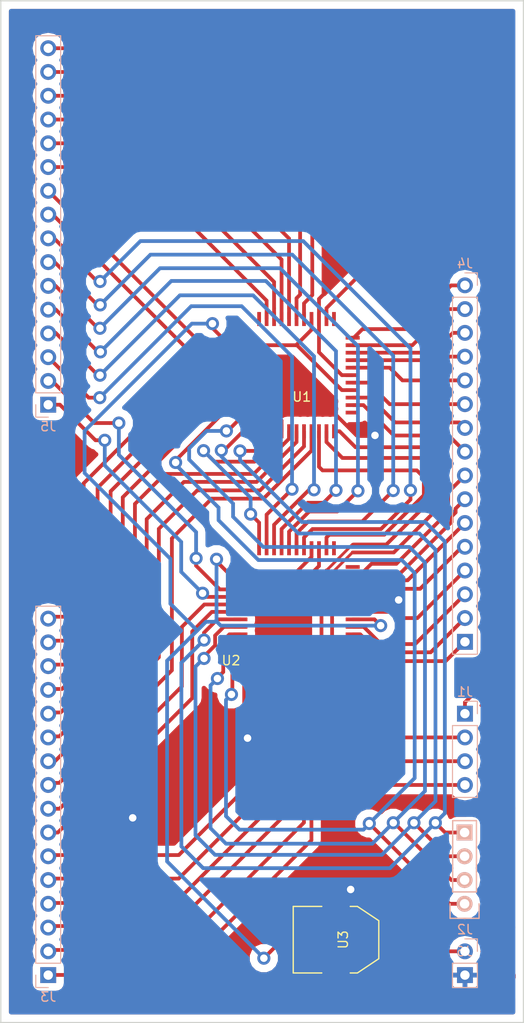
<source format=kicad_pcb>
(kicad_pcb (version 4) (host pcbnew 4.0.2+dfsg1-stable)

  (general
    (links 78)
    (no_connects 0)
    (area 182.804999 30.404999 238.835001 139.775001)
    (thickness 1.6)
    (drawings 10)
    (tracks 593)
    (zones 0)
    (modules 9)
    (nets 72)
  )

  (page A4)
  (layers
    (0 F.Cu signal)
    (31 B.Cu signal)
    (32 B.Adhes user)
    (33 F.Adhes user)
    (34 B.Paste user)
    (35 F.Paste user)
    (36 B.SilkS user)
    (37 F.SilkS user)
    (38 B.Mask user)
    (39 F.Mask user)
    (40 Dwgs.User user)
    (41 Cmts.User user)
    (42 Eco1.User user)
    (43 Eco2.User user)
    (44 Edge.Cuts user)
    (45 Margin user)
    (46 B.CrtYd user)
    (47 F.CrtYd user)
    (48 B.Fab user)
    (49 F.Fab user)
  )

  (setup
    (last_trace_width 0.4)
    (trace_clearance 0.2)
    (zone_clearance 0.8)
    (zone_45_only no)
    (trace_min 0.2)
    (segment_width 0.2)
    (edge_width 0.15)
    (via_size 0.6)
    (via_drill 0.4)
    (via_min_size 0.4)
    (via_min_drill 0.3)
    (uvia_size 0.3)
    (uvia_drill 0.1)
    (uvias_allowed no)
    (uvia_min_size 0.2)
    (uvia_min_drill 0.1)
    (pcb_text_width 0.3)
    (pcb_text_size 1.5 1.5)
    (mod_edge_width 0.15)
    (mod_text_size 1 1)
    (mod_text_width 0.15)
    (pad_size 1.7 1.7)
    (pad_drill 1.016)
    (pad_to_mask_clearance 0.2)
    (aux_axis_origin 0 0)
    (visible_elements FFFFFF7F)
    (pcbplotparams
      (layerselection 0x00030_80000001)
      (usegerberextensions false)
      (excludeedgelayer true)
      (linewidth 0.100000)
      (plotframeref false)
      (viasonmask false)
      (mode 1)
      (useauxorigin false)
      (hpglpennumber 1)
      (hpglpenspeed 20)
      (hpglpendiameter 15)
      (hpglpenoverlay 2)
      (psnegative false)
      (psa4output false)
      (plotreference true)
      (plotvalue true)
      (plotinvisibletext false)
      (padsonsilk false)
      (subtractmaskfromsilk false)
      (outputformat 1)
      (mirror false)
      (drillshape 1)
      (scaleselection 1)
      (outputdirectory ""))
  )

  (net 0 "")
  (net 1 "Net-(J1-Pad1)")
  (net 2 "Net-(J1-Pad2)")
  (net 3 "Net-(J1-Pad3)")
  (net 4 "Net-(J1-Pad4)")
  (net 5 VCC)
  (net 6 GND)
  (net 7 "Net-(J3-Pad1)")
  (net 8 "Net-(J3-Pad2)")
  (net 9 "Net-(J3-Pad3)")
  (net 10 "Net-(J3-Pad4)")
  (net 11 "Net-(J3-Pad5)")
  (net 12 "Net-(J3-Pad6)")
  (net 13 "Net-(J3-Pad7)")
  (net 14 "Net-(J3-Pad8)")
  (net 15 "Net-(J3-Pad9)")
  (net 16 "Net-(J3-Pad10)")
  (net 17 "Net-(J3-Pad11)")
  (net 18 "Net-(J3-Pad12)")
  (net 19 "Net-(J3-Pad13)")
  (net 20 "Net-(J3-Pad14)")
  (net 21 "Net-(J3-Pad15)")
  (net 22 "Net-(J3-Pad16)")
  (net 23 "Net-(J4-Pad1)")
  (net 24 "Net-(J4-Pad2)")
  (net 25 "Net-(J4-Pad3)")
  (net 26 "Net-(J4-Pad4)")
  (net 27 "Net-(J4-Pad5)")
  (net 28 "Net-(J4-Pad6)")
  (net 29 "Net-(J4-Pad7)")
  (net 30 "Net-(J4-Pad8)")
  (net 31 "Net-(J4-Pad9)")
  (net 32 "Net-(J4-Pad10)")
  (net 33 "Net-(J4-Pad11)")
  (net 34 "Net-(J4-Pad12)")
  (net 35 "Net-(J4-Pad13)")
  (net 36 "Net-(J4-Pad14)")
  (net 37 "Net-(J4-Pad15)")
  (net 38 "Net-(J4-Pad16)")
  (net 39 "Net-(J5-Pad1)")
  (net 40 "Net-(J5-Pad2)")
  (net 41 "Net-(J5-Pad3)")
  (net 42 "Net-(J5-Pad4)")
  (net 43 "Net-(J5-Pad5)")
  (net 44 "Net-(J5-Pad6)")
  (net 45 "Net-(J5-Pad7)")
  (net 46 "Net-(J5-Pad8)")
  (net 47 "Net-(J5-Pad9)")
  (net 48 "Net-(J5-Pad10)")
  (net 49 "Net-(J5-Pad11)")
  (net 50 "Net-(J5-Pad12)")
  (net 51 "Net-(J5-Pad13)")
  (net 52 "Net-(J5-Pad14)")
  (net 53 "Net-(J5-Pad15)")
  (net 54 "Net-(J5-Pad16)")
  (net 55 "Net-(U1-Pad34)")
  (net 56 "Net-(U1-Pad23)")
  (net 57 "Net-(U1-Pad12)")
  (net 58 "Net-(U1-Pad9)")
  (net 59 "Net-(U1-Pad3)")
  (net 60 "Net-(U1-Pad33)")
  (net 61 "Net-(U1-Pad36)")
  (net 62 "Net-(U2-Pad34)")
  (net 63 "Net-(U2-Pad23)")
  (net 64 "Net-(U2-Pad1)")
  (net 65 "Net-(U2-Pad22)")
  (net 66 "Net-(U2-Pad36)")
  (net 67 "Net-(J2-Pad1)")
  (net 68 "Net-(J6-Pad1)")
  (net 69 "Net-(J6-Pad2)")
  (net 70 "Net-(J6-Pad3)")
  (net 71 "Net-(J6-Pad4)")

  (net_class Default "This is the default net class."
    (clearance 0.2)
    (trace_width 0.4)
    (via_dia 0.6)
    (via_drill 0.4)
    (uvia_dia 0.3)
    (uvia_drill 0.1)
    (add_net GND)
    (add_net "Net-(J1-Pad1)")
    (add_net "Net-(J1-Pad2)")
    (add_net "Net-(J1-Pad3)")
    (add_net "Net-(J1-Pad4)")
    (add_net "Net-(J2-Pad1)")
    (add_net "Net-(J3-Pad1)")
    (add_net "Net-(J3-Pad10)")
    (add_net "Net-(J3-Pad11)")
    (add_net "Net-(J3-Pad12)")
    (add_net "Net-(J3-Pad13)")
    (add_net "Net-(J3-Pad14)")
    (add_net "Net-(J3-Pad15)")
    (add_net "Net-(J3-Pad16)")
    (add_net "Net-(J3-Pad2)")
    (add_net "Net-(J3-Pad3)")
    (add_net "Net-(J3-Pad4)")
    (add_net "Net-(J3-Pad5)")
    (add_net "Net-(J3-Pad6)")
    (add_net "Net-(J3-Pad7)")
    (add_net "Net-(J3-Pad8)")
    (add_net "Net-(J3-Pad9)")
    (add_net "Net-(J4-Pad1)")
    (add_net "Net-(J4-Pad10)")
    (add_net "Net-(J4-Pad11)")
    (add_net "Net-(J4-Pad12)")
    (add_net "Net-(J4-Pad13)")
    (add_net "Net-(J4-Pad14)")
    (add_net "Net-(J4-Pad15)")
    (add_net "Net-(J4-Pad16)")
    (add_net "Net-(J4-Pad2)")
    (add_net "Net-(J4-Pad3)")
    (add_net "Net-(J4-Pad4)")
    (add_net "Net-(J4-Pad5)")
    (add_net "Net-(J4-Pad6)")
    (add_net "Net-(J4-Pad7)")
    (add_net "Net-(J4-Pad8)")
    (add_net "Net-(J4-Pad9)")
    (add_net "Net-(J5-Pad1)")
    (add_net "Net-(J5-Pad10)")
    (add_net "Net-(J5-Pad11)")
    (add_net "Net-(J5-Pad12)")
    (add_net "Net-(J5-Pad13)")
    (add_net "Net-(J5-Pad14)")
    (add_net "Net-(J5-Pad15)")
    (add_net "Net-(J5-Pad16)")
    (add_net "Net-(J5-Pad2)")
    (add_net "Net-(J5-Pad3)")
    (add_net "Net-(J5-Pad4)")
    (add_net "Net-(J5-Pad5)")
    (add_net "Net-(J5-Pad6)")
    (add_net "Net-(J5-Pad7)")
    (add_net "Net-(J5-Pad8)")
    (add_net "Net-(J5-Pad9)")
    (add_net "Net-(J6-Pad1)")
    (add_net "Net-(J6-Pad2)")
    (add_net "Net-(J6-Pad3)")
    (add_net "Net-(J6-Pad4)")
    (add_net "Net-(U1-Pad12)")
    (add_net "Net-(U1-Pad23)")
    (add_net "Net-(U1-Pad3)")
    (add_net "Net-(U1-Pad33)")
    (add_net "Net-(U1-Pad34)")
    (add_net "Net-(U1-Pad36)")
    (add_net "Net-(U1-Pad9)")
    (add_net "Net-(U2-Pad1)")
    (add_net "Net-(U2-Pad22)")
    (add_net "Net-(U2-Pad23)")
    (add_net "Net-(U2-Pad34)")
    (add_net "Net-(U2-Pad36)")
    (add_net VCC)
  )

  (net_class thick ""
    (clearance 0.2)
    (trace_width 0.4)
    (via_dia 0.6)
    (via_drill 0.4)
    (uvia_dia 0.3)
    (uvia_drill 0.1)
  )

  (module Pin_Headers:Pin_Header_Straight_1x04_Pitch2.54mm (layer B.Cu) (tedit 59650532) (tstamp 5B06CF08)
    (at 232.5 106.68 180)
    (descr "Through hole straight pin header, 1x04, 2.54mm pitch, single row")
    (tags "Through hole pin header THT 1x04 2.54mm single row")
    (path /5AEB1744)
    (fp_text reference J1 (at 0 2.33 180) (layer B.SilkS)
      (effects (font (size 1 1) (thickness 0.15)) (justify mirror))
    )
    (fp_text value Conn_01x04 (at 0 -9.95 180) (layer B.Fab)
      (effects (font (size 1 1) (thickness 0.15)) (justify mirror))
    )
    (fp_line (start -0.635 1.27) (end 1.27 1.27) (layer B.Fab) (width 0.1))
    (fp_line (start 1.27 1.27) (end 1.27 -8.89) (layer B.Fab) (width 0.1))
    (fp_line (start 1.27 -8.89) (end -1.27 -8.89) (layer B.Fab) (width 0.1))
    (fp_line (start -1.27 -8.89) (end -1.27 0.635) (layer B.Fab) (width 0.1))
    (fp_line (start -1.27 0.635) (end -0.635 1.27) (layer B.Fab) (width 0.1))
    (fp_line (start -1.33 -8.95) (end 1.33 -8.95) (layer B.SilkS) (width 0.12))
    (fp_line (start -1.33 -1.27) (end -1.33 -8.95) (layer B.SilkS) (width 0.12))
    (fp_line (start 1.33 -1.27) (end 1.33 -8.95) (layer B.SilkS) (width 0.12))
    (fp_line (start -1.33 -1.27) (end 1.33 -1.27) (layer B.SilkS) (width 0.12))
    (fp_line (start -1.33 0) (end -1.33 1.33) (layer B.SilkS) (width 0.12))
    (fp_line (start -1.33 1.33) (end 0 1.33) (layer B.SilkS) (width 0.12))
    (fp_line (start -1.8 1.8) (end -1.8 -9.4) (layer B.CrtYd) (width 0.05))
    (fp_line (start -1.8 -9.4) (end 1.8 -9.4) (layer B.CrtYd) (width 0.05))
    (fp_line (start 1.8 -9.4) (end 1.8 1.8) (layer B.CrtYd) (width 0.05))
    (fp_line (start 1.8 1.8) (end -1.8 1.8) (layer B.CrtYd) (width 0.05))
    (fp_text user %R (at 0.4 -4.05 450) (layer B.Fab)
      (effects (font (size 1 1) (thickness 0.15)) (justify mirror))
    )
    (pad 1 thru_hole rect (at 0 0 180) (size 1.7 1.7) (drill 1) (layers *.Cu *.Mask)
      (net 1 "Net-(J1-Pad1)"))
    (pad 2 thru_hole oval (at 0 -2.54 180) (size 1.7 1.7) (drill 1) (layers *.Cu *.Mask)
      (net 2 "Net-(J1-Pad2)"))
    (pad 3 thru_hole oval (at 0 -5.08 180) (size 1.7 1.7) (drill 1) (layers *.Cu *.Mask)
      (net 3 "Net-(J1-Pad3)"))
    (pad 4 thru_hole oval (at 0 -7.62 180) (size 1.7 1.7) (drill 1) (layers *.Cu *.Mask)
      (net 4 "Net-(J1-Pad4)"))
    (model ${KISYS3DMOD}/Pin_Headers.3dshapes/Pin_Header_Straight_1x04_Pitch2.54mm.wrl
      (at (xyz 0 0 0))
      (scale (xyz 1 1 1))
      (rotate (xyz 0 0 0))
    )
  )

  (module footprints:XC9572XL-VQ44 (layer F.Cu) (tedit 5AEB4228) (tstamp 5B06CF7A)
    (at 210.5 76.5)
    (path /5B07240B)
    (fp_text reference U1 (at 4.5618 -3.6782) (layer F.SilkS)
      (effects (font (size 1 1) (thickness 0.15)))
    )
    (fp_text value XC9572XL-VQ44 (at 4 2) (layer F.Fab)
      (effects (font (size 1 1) (thickness 0.15)))
    )
    (fp_circle (center 0 -2) (end 0.4 -2.2) (layer F.Adhes) (width 0.15))
    (fp_arc (start 8.5 -1.5) (end 10 -1.5) (angle 90) (layer F.Adhes) (width 0.15))
    (fp_arc (start -0.5 -1.5) (end -0.5 0) (angle 90) (layer F.Adhes) (width 0.15))
    (fp_arc (start -0.5 -10.5) (end -2 -10.5) (angle 90) (layer F.Adhes) (width 0.15))
    (fp_arc (start 8.5 -10.5) (end 8.5 -12) (angle 90) (layer F.Adhes) (width 0.15))
    (pad 34 smd rect (at -2 -10) (size 1.5 0.4) (layers F.Cu F.Paste F.Mask)
      (net 55 "Net-(U1-Pad34)"))
    (pad 23 smd rect (at 8 -12) (size 0.4 1.5) (layers F.Cu F.Paste F.Mask)
      (net 56 "Net-(U1-Pad23)"))
    (pad 12 smd rect (at 10 -2) (size 1.5 0.4) (layers F.Cu F.Paste F.Mask)
      (net 57 "Net-(U1-Pad12)"))
    (pad 11 smd rect (at 8 0) (size 0.4 1.5) (layers F.Cu F.Paste F.Mask)
      (net 2 "Net-(J1-Pad2)"))
    (pad 10 smd rect (at 7.2 0) (size 0.4 1.5) (layers F.Cu F.Paste F.Mask)
      (net 3 "Net-(J1-Pad3)"))
    (pad 9 smd rect (at 6.4 0) (size 0.4 1.5) (layers F.Cu F.Paste F.Mask)
      (net 58 "Net-(U1-Pad9)"))
    (pad 8 smd rect (at 5.6 0) (size 0.4 1.5) (layers F.Cu F.Paste F.Mask)
      (net 15 "Net-(J3-Pad9)"))
    (pad 7 smd rect (at 4.8 0) (size 0.4 1.5) (layers F.Cu F.Paste F.Mask)
      (net 16 "Net-(J3-Pad10)"))
    (pad 6 smd rect (at 4 0) (size 0.4 1.5) (layers F.Cu F.Paste F.Mask)
      (net 17 "Net-(J3-Pad11)"))
    (pad 5 smd rect (at 3.2 0) (size 0.4 1.5) (layers F.Cu F.Paste F.Mask)
      (net 18 "Net-(J3-Pad12)"))
    (pad 4 smd rect (at 2.4 0) (size 0.4 1.5) (layers F.Cu F.Paste F.Mask)
      (net 6 GND))
    (pad 3 smd rect (at 1.6 0) (size 0.4 1.5) (layers F.Cu F.Paste F.Mask)
      (net 59 "Net-(U1-Pad3)"))
    (pad 1 smd rect (at 0 0) (size 0.4 1.5) (layers F.Cu F.Paste F.Mask)
      (net 70 "Net-(J6-Pad3)"))
    (pad 2 smd rect (at 0.8 0) (size 0.4 1.5) (layers F.Cu F.Paste F.Mask)
      (net 71 "Net-(J6-Pad4)"))
    (pad 13 smd rect (at 10 -2.8) (size 1.5 0.4) (layers F.Cu F.Paste F.Mask)
      (net 30 "Net-(J4-Pad8)"))
    (pad 14 smd rect (at 10 -3.6) (size 1.5 0.4) (layers F.Cu F.Paste F.Mask)
      (net 29 "Net-(J4-Pad7)"))
    (pad 15 smd rect (at 10 -4.4) (size 1.5 0.4) (layers F.Cu F.Paste F.Mask)
      (net 5 VCC))
    (pad 16 smd rect (at 10 -5.2) (size 1.5 0.4) (layers F.Cu F.Paste F.Mask)
      (net 28 "Net-(J4-Pad6)"))
    (pad 17 smd rect (at 10 -6) (size 1.5 0.4) (layers F.Cu F.Paste F.Mask)
      (net 6 GND))
    (pad 18 smd rect (at 10 -6.8) (size 1.5 0.4) (layers F.Cu F.Paste F.Mask)
      (net 27 "Net-(J4-Pad5)"))
    (pad 19 smd rect (at 10 -7.6) (size 1.5 0.4) (layers F.Cu F.Paste F.Mask)
      (net 26 "Net-(J4-Pad4)"))
    (pad 20 smd rect (at 10 -8.4) (size 1.5 0.4) (layers F.Cu F.Paste F.Mask)
      (net 25 "Net-(J4-Pad3)"))
    (pad 21 smd rect (at 10 -9.2) (size 1.5 0.4) (layers F.Cu F.Paste F.Mask)
      (net 24 "Net-(J4-Pad2)"))
    (pad 22 smd rect (at 10 -10) (size 1.5 0.4) (layers F.Cu F.Paste F.Mask)
      (net 23 "Net-(J4-Pad1)"))
    (pad 24 smd rect (at 7.2 -12) (size 0.4 1.5) (layers F.Cu F.Paste F.Mask)
      (net 1 "Net-(J1-Pad1)"))
    (pad 25 smd rect (at 6.4 -12) (size 0.4 1.5) (layers F.Cu F.Paste F.Mask)
      (net 6 GND))
    (pad 26 smd rect (at 5.6 -12) (size 0.4 1.5) (layers F.Cu F.Paste F.Mask)
      (net 5 VCC))
    (pad 27 smd rect (at 4.8 -12) (size 0.4 1.5) (layers F.Cu F.Paste F.Mask)
      (net 54 "Net-(J5-Pad16)"))
    (pad 28 smd rect (at 4 -12) (size 0.4 1.5) (layers F.Cu F.Paste F.Mask)
      (net 53 "Net-(J5-Pad15)"))
    (pad 29 smd rect (at 3.2 -12) (size 0.4 1.5) (layers F.Cu F.Paste F.Mask)
      (net 52 "Net-(J5-Pad14)"))
    (pad 30 smd rect (at 2.4 -12) (size 0.4 1.5) (layers F.Cu F.Paste F.Mask)
      (net 51 "Net-(J5-Pad13)"))
    (pad 31 smd rect (at 1.6 -12) (size 0.4 1.5) (layers F.Cu F.Paste F.Mask)
      (net 50 "Net-(J5-Pad12)"))
    (pad 32 smd rect (at 0.8 -12) (size 0.4 1.5) (layers F.Cu F.Paste F.Mask)
      (net 49 "Net-(J5-Pad11)"))
    (pad 33 smd rect (at 0 -12) (size 0.4 1.5) (layers F.Cu F.Paste F.Mask)
      (net 60 "Net-(U1-Pad33)"))
    (pad 35 smd rect (at -2 -9.2) (size 1.5 0.4) (layers F.Cu F.Paste F.Mask)
      (net 5 VCC))
    (pad 36 smd rect (at -2 -8.4) (size 1.5 0.4) (layers F.Cu F.Paste F.Mask)
      (net 61 "Net-(U1-Pad36)"))
    (pad 37 smd rect (at -2 -7.6) (size 1.5 0.4) (layers F.Cu F.Paste F.Mask)
      (net 48 "Net-(J5-Pad10)"))
    (pad 38 smd rect (at -2 -6.8) (size 1.5 0.4) (layers F.Cu F.Paste F.Mask)
      (net 47 "Net-(J5-Pad9)"))
    (pad 39 smd rect (at -2 -6) (size 1.5 0.4) (layers F.Cu F.Paste F.Mask)
      (net 22 "Net-(J3-Pad16)"))
    (pad 40 smd rect (at -2 -5.2) (size 1.5 0.4) (layers F.Cu F.Paste F.Mask)
      (net 21 "Net-(J3-Pad15)"))
    (pad 41 smd rect (at -2 -4.4) (size 1.5 0.4) (layers F.Cu F.Paste F.Mask)
      (net 20 "Net-(J3-Pad14)"))
    (pad 42 smd rect (at -2 -3.6) (size 1.5 0.4) (layers F.Cu F.Paste F.Mask)
      (net 19 "Net-(J3-Pad13)"))
    (pad 43 smd rect (at -2 -2.8) (size 1.5 0.4) (layers F.Cu F.Paste F.Mask)
      (net 68 "Net-(J6-Pad1)"))
    (pad 44 smd rect (at -2 -2) (size 1.5 0.4) (layers F.Cu F.Paste F.Mask)
      (net 69 "Net-(J6-Pad2)"))
  )

  (module footprints:XC9572XL-VQ44 (layer F.Cu) (tedit 5AEB4228) (tstamp 5B06CFAA)
    (at 210.5 101)
    (path /5B07250D)
    (fp_text reference U2 (at -3 0) (layer F.SilkS)
      (effects (font (size 1 1) (thickness 0.15)))
    )
    (fp_text value XC9572XL-VQ44 (at 4 2) (layer F.Fab)
      (effects (font (size 1 1) (thickness 0.15)))
    )
    (fp_circle (center 0 -2) (end 0.4 -2.2) (layer F.Adhes) (width 0.15))
    (fp_arc (start 8.5 -1.5) (end 10 -1.5) (angle 90) (layer F.Adhes) (width 0.15))
    (fp_arc (start -0.5 -1.5) (end -0.5 0) (angle 90) (layer F.Adhes) (width 0.15))
    (fp_arc (start -0.5 -10.5) (end -2 -10.5) (angle 90) (layer F.Adhes) (width 0.15))
    (fp_arc (start 8.5 -10.5) (end 8.5 -12) (angle 90) (layer F.Adhes) (width 0.15))
    (pad 34 smd rect (at -2 -10) (size 1.5 0.4) (layers F.Cu F.Paste F.Mask)
      (net 62 "Net-(U2-Pad34)"))
    (pad 23 smd rect (at 8 -12) (size 0.4 1.5) (layers F.Cu F.Paste F.Mask)
      (net 63 "Net-(U2-Pad23)"))
    (pad 12 smd rect (at 10 -2) (size 1.5 0.4) (layers F.Cu F.Paste F.Mask)
      (net 38 "Net-(J4-Pad16)"))
    (pad 11 smd rect (at 8 0) (size 0.4 1.5) (layers F.Cu F.Paste F.Mask)
      (net 2 "Net-(J1-Pad2)"))
    (pad 10 smd rect (at 7.2 0) (size 0.4 1.5) (layers F.Cu F.Paste F.Mask)
      (net 3 "Net-(J1-Pad3)"))
    (pad 9 smd rect (at 6.4 0) (size 0.4 1.5) (layers F.Cu F.Paste F.Mask)
      (net 4 "Net-(J1-Pad4)"))
    (pad 8 smd rect (at 5.6 0) (size 0.4 1.5) (layers F.Cu F.Paste F.Mask)
      (net 7 "Net-(J3-Pad1)"))
    (pad 7 smd rect (at 4.8 0) (size 0.4 1.5) (layers F.Cu F.Paste F.Mask)
      (net 8 "Net-(J3-Pad2)"))
    (pad 6 smd rect (at 4 0) (size 0.4 1.5) (layers F.Cu F.Paste F.Mask)
      (net 9 "Net-(J3-Pad3)"))
    (pad 5 smd rect (at 3.2 0) (size 0.4 1.5) (layers F.Cu F.Paste F.Mask)
      (net 10 "Net-(J3-Pad4)"))
    (pad 4 smd rect (at 2.4 0) (size 0.4 1.5) (layers F.Cu F.Paste F.Mask)
      (net 6 GND))
    (pad 3 smd rect (at 1.6 0) (size 0.4 1.5) (layers F.Cu F.Paste F.Mask)
      (net 11 "Net-(J3-Pad5)"))
    (pad 1 smd rect (at 0 0) (size 0.4 1.5) (layers F.Cu F.Paste F.Mask)
      (net 64 "Net-(U2-Pad1)"))
    (pad 2 smd rect (at 0.8 0) (size 0.4 1.5) (layers F.Cu F.Paste F.Mask)
      (net 12 "Net-(J3-Pad6)"))
    (pad 13 smd rect (at 10 -2.8) (size 1.5 0.4) (layers F.Cu F.Paste F.Mask)
      (net 37 "Net-(J4-Pad15)"))
    (pad 14 smd rect (at 10 -3.6) (size 1.5 0.4) (layers F.Cu F.Paste F.Mask)
      (net 36 "Net-(J4-Pad14)"))
    (pad 15 smd rect (at 10 -4.4) (size 1.5 0.4) (layers F.Cu F.Paste F.Mask)
      (net 5 VCC))
    (pad 16 smd rect (at 10 -5.2) (size 1.5 0.4) (layers F.Cu F.Paste F.Mask)
      (net 35 "Net-(J4-Pad13)"))
    (pad 17 smd rect (at 10 -6) (size 1.5 0.4) (layers F.Cu F.Paste F.Mask)
      (net 6 GND))
    (pad 18 smd rect (at 10 -6.8) (size 1.5 0.4) (layers F.Cu F.Paste F.Mask)
      (net 34 "Net-(J4-Pad12)"))
    (pad 19 smd rect (at 10 -7.6) (size 1.5 0.4) (layers F.Cu F.Paste F.Mask)
      (net 33 "Net-(J4-Pad11)"))
    (pad 20 smd rect (at 10 -8.4) (size 1.5 0.4) (layers F.Cu F.Paste F.Mask)
      (net 32 "Net-(J4-Pad10)"))
    (pad 21 smd rect (at 10 -9.2) (size 1.5 0.4) (layers F.Cu F.Paste F.Mask)
      (net 31 "Net-(J4-Pad9)"))
    (pad 22 smd rect (at 10 -10) (size 1.5 0.4) (layers F.Cu F.Paste F.Mask)
      (net 65 "Net-(U2-Pad22)"))
    (pad 24 smd rect (at 7.2 -12) (size 0.4 1.5) (layers F.Cu F.Paste F.Mask)
      (net 58 "Net-(U1-Pad9)"))
    (pad 25 smd rect (at 6.4 -12) (size 0.4 1.5) (layers F.Cu F.Paste F.Mask)
      (net 6 GND))
    (pad 26 smd rect (at 5.6 -12) (size 0.4 1.5) (layers F.Cu F.Paste F.Mask)
      (net 5 VCC))
    (pad 27 smd rect (at 4.8 -12) (size 0.4 1.5) (layers F.Cu F.Paste F.Mask)
      (net 46 "Net-(J5-Pad8)"))
    (pad 28 smd rect (at 4 -12) (size 0.4 1.5) (layers F.Cu F.Paste F.Mask)
      (net 45 "Net-(J5-Pad7)"))
    (pad 29 smd rect (at 3.2 -12) (size 0.4 1.5) (layers F.Cu F.Paste F.Mask)
      (net 44 "Net-(J5-Pad6)"))
    (pad 30 smd rect (at 2.4 -12) (size 0.4 1.5) (layers F.Cu F.Paste F.Mask)
      (net 43 "Net-(J5-Pad5)"))
    (pad 31 smd rect (at 1.6 -12) (size 0.4 1.5) (layers F.Cu F.Paste F.Mask)
      (net 42 "Net-(J5-Pad4)"))
    (pad 32 smd rect (at 0.8 -12) (size 0.4 1.5) (layers F.Cu F.Paste F.Mask)
      (net 41 "Net-(J5-Pad3)"))
    (pad 33 smd rect (at 0 -12) (size 0.4 1.5) (layers F.Cu F.Paste F.Mask)
      (net 59 "Net-(U1-Pad3)"))
    (pad 35 smd rect (at -2 -9.2) (size 1.5 0.4) (layers F.Cu F.Paste F.Mask)
      (net 5 VCC))
    (pad 36 smd rect (at -2 -8.4) (size 1.5 0.4) (layers F.Cu F.Paste F.Mask)
      (net 66 "Net-(U2-Pad36)"))
    (pad 37 smd rect (at -2 -7.6) (size 1.5 0.4) (layers F.Cu F.Paste F.Mask)
      (net 40 "Net-(J5-Pad2)"))
    (pad 38 smd rect (at -2 -6.8) (size 1.5 0.4) (layers F.Cu F.Paste F.Mask)
      (net 39 "Net-(J5-Pad1)"))
    (pad 39 smd rect (at -2 -6) (size 1.5 0.4) (layers F.Cu F.Paste F.Mask)
      (net 14 "Net-(J3-Pad8)"))
    (pad 40 smd rect (at -2 -5.2) (size 1.5 0.4) (layers F.Cu F.Paste F.Mask)
      (net 13 "Net-(J3-Pad7)"))
    (pad 41 smd rect (at -2 -4.4) (size 1.5 0.4) (layers F.Cu F.Paste F.Mask)
      (net 71 "Net-(J6-Pad4)"))
    (pad 42 smd rect (at -2 -3.6) (size 1.5 0.4) (layers F.Cu F.Paste F.Mask)
      (net 70 "Net-(J6-Pad3)"))
    (pad 43 smd rect (at -2 -2.8) (size 1.5 0.4) (layers F.Cu F.Paste F.Mask)
      (net 69 "Net-(J6-Pad2)"))
    (pad 44 smd rect (at -2 -2) (size 1.5 0.4) (layers F.Cu F.Paste F.Mask)
      (net 68 "Net-(J6-Pad1)"))
  )

  (module Pin_Headers:Pin_Header_Straight_1x02_Pitch2.54mm (layer B.Cu) (tedit 5B2BB472) (tstamp 5B0FFD1A)
    (at 232.5 132.08 180)
    (descr "Through hole straight pin header, 1x02, 2.54mm pitch, single row")
    (tags "Through hole pin header THT 1x02 2.54mm single row")
    (path /5AEB171D)
    (fp_text reference J2 (at 0 2.33 180) (layer B.SilkS)
      (effects (font (size 1 1) (thickness 0.15)) (justify mirror))
    )
    (fp_text value Conn_01x02 (at 0 -4.87 180) (layer B.Fab)
      (effects (font (size 1 1) (thickness 0.15)) (justify mirror))
    )
    (fp_line (start -0.635 1.27) (end 1.27 1.27) (layer B.Fab) (width 0.1))
    (fp_line (start 1.27 1.27) (end 1.27 -3.81) (layer B.Fab) (width 0.1))
    (fp_line (start 1.27 -3.81) (end -1.27 -3.81) (layer B.Fab) (width 0.1))
    (fp_line (start -1.27 -3.81) (end -1.27 0.635) (layer B.Fab) (width 0.1))
    (fp_line (start -1.27 0.635) (end -0.635 1.27) (layer B.Fab) (width 0.1))
    (fp_line (start -1.33 -3.87) (end 1.33 -3.87) (layer B.SilkS) (width 0.12))
    (fp_line (start -1.33 -1.27) (end -1.33 -3.87) (layer B.SilkS) (width 0.12))
    (fp_line (start 1.33 -1.27) (end 1.33 -3.87) (layer B.SilkS) (width 0.12))
    (fp_line (start -1.33 -1.27) (end 1.33 -1.27) (layer B.SilkS) (width 0.12))
    (fp_line (start -1.33 0) (end -1.33 1.33) (layer B.SilkS) (width 0.12))
    (fp_line (start -1.33 1.33) (end 0 1.33) (layer B.SilkS) (width 0.12))
    (fp_line (start -1.8 1.8) (end -1.8 -4.35) (layer B.CrtYd) (width 0.05))
    (fp_line (start -1.8 -4.35) (end 1.8 -4.35) (layer B.CrtYd) (width 0.05))
    (fp_line (start 1.8 -4.35) (end 1.8 1.8) (layer B.CrtYd) (width 0.05))
    (fp_line (start 1.8 1.8) (end -1.8 1.8) (layer B.CrtYd) (width 0.05))
    (fp_text user %R (at 0 0 450) (layer B.Fab)
      (effects (font (size 1 1) (thickness 0.15)) (justify mirror))
    )
    (pad 1 thru_hole oval (at 0 0 180) (size 1.7 1.7) (drill 1) (layers *.Cu *.Mask)
      (net 67 "Net-(J2-Pad1)"))
    (pad 2 thru_hole rect (at 0 -2.54 180) (size 1.7 1.7) (drill 1) (layers *.Cu *.Mask)
      (net 6 GND))
    (model ${KISYS3DMOD}/Pin_Headers.3dshapes/Pin_Header_Straight_1x02_Pitch2.54mm.wrl
      (at (xyz 0 0 0))
      (scale (xyz 1 1 1))
      (rotate (xyz 0 0 0))
    )
  )

  (module Pin_Headers:Pin_Header_Straight_1x16_Pitch2.54mm (layer B.Cu) (tedit 59650532) (tstamp 5B0FFD1F)
    (at 187.96 134.62)
    (descr "Through hole straight pin header, 1x16, 2.54mm pitch, single row")
    (tags "Through hole pin header THT 1x16 2.54mm single row")
    (path /5AEB13CF)
    (fp_text reference J3 (at 0 2.33) (layer B.SilkS)
      (effects (font (size 1 1) (thickness 0.15)) (justify mirror))
    )
    (fp_text value Conn_01x16 (at 0 -40.43) (layer B.Fab)
      (effects (font (size 1 1) (thickness 0.15)) (justify mirror))
    )
    (fp_line (start -0.635 1.27) (end 1.27 1.27) (layer B.Fab) (width 0.1))
    (fp_line (start 1.27 1.27) (end 1.27 -39.37) (layer B.Fab) (width 0.1))
    (fp_line (start 1.27 -39.37) (end -1.27 -39.37) (layer B.Fab) (width 0.1))
    (fp_line (start -1.27 -39.37) (end -1.27 0.635) (layer B.Fab) (width 0.1))
    (fp_line (start -1.27 0.635) (end -0.635 1.27) (layer B.Fab) (width 0.1))
    (fp_line (start -1.33 -39.43) (end 1.33 -39.43) (layer B.SilkS) (width 0.12))
    (fp_line (start -1.33 -1.27) (end -1.33 -39.43) (layer B.SilkS) (width 0.12))
    (fp_line (start 1.33 -1.27) (end 1.33 -39.43) (layer B.SilkS) (width 0.12))
    (fp_line (start -1.33 -1.27) (end 1.33 -1.27) (layer B.SilkS) (width 0.12))
    (fp_line (start -1.33 0) (end -1.33 1.33) (layer B.SilkS) (width 0.12))
    (fp_line (start -1.33 1.33) (end 0 1.33) (layer B.SilkS) (width 0.12))
    (fp_line (start -1.8 1.8) (end -1.8 -39.9) (layer B.CrtYd) (width 0.05))
    (fp_line (start -1.8 -39.9) (end 1.8 -39.9) (layer B.CrtYd) (width 0.05))
    (fp_line (start 1.8 -39.9) (end 1.8 1.8) (layer B.CrtYd) (width 0.05))
    (fp_line (start 1.8 1.8) (end -1.8 1.8) (layer B.CrtYd) (width 0.05))
    (fp_text user %R (at 0 -19.05 270) (layer B.Fab)
      (effects (font (size 1 1) (thickness 0.15)) (justify mirror))
    )
    (pad 1 thru_hole rect (at 0 0) (size 1.7 1.7) (drill 1) (layers *.Cu *.Mask)
      (net 7 "Net-(J3-Pad1)"))
    (pad 2 thru_hole oval (at 0 -2.54) (size 1.7 1.7) (drill 1) (layers *.Cu *.Mask)
      (net 8 "Net-(J3-Pad2)"))
    (pad 3 thru_hole oval (at 0 -5.08) (size 1.7 1.7) (drill 1) (layers *.Cu *.Mask)
      (net 9 "Net-(J3-Pad3)"))
    (pad 4 thru_hole oval (at 0 -7.62) (size 1.7 1.7) (drill 1) (layers *.Cu *.Mask)
      (net 10 "Net-(J3-Pad4)"))
    (pad 5 thru_hole oval (at 0 -10.16) (size 1.7 1.7) (drill 1) (layers *.Cu *.Mask)
      (net 11 "Net-(J3-Pad5)"))
    (pad 6 thru_hole oval (at 0 -12.7) (size 1.7 1.7) (drill 1) (layers *.Cu *.Mask)
      (net 12 "Net-(J3-Pad6)"))
    (pad 7 thru_hole oval (at 0 -15.24) (size 1.7 1.7) (drill 1) (layers *.Cu *.Mask)
      (net 13 "Net-(J3-Pad7)"))
    (pad 8 thru_hole oval (at 0 -17.78) (size 1.7 1.7) (drill 1) (layers *.Cu *.Mask)
      (net 14 "Net-(J3-Pad8)"))
    (pad 9 thru_hole oval (at 0 -20.32) (size 1.7 1.7) (drill 1) (layers *.Cu *.Mask)
      (net 15 "Net-(J3-Pad9)"))
    (pad 10 thru_hole oval (at 0 -22.86) (size 1.7 1.7) (drill 1) (layers *.Cu *.Mask)
      (net 16 "Net-(J3-Pad10)"))
    (pad 11 thru_hole oval (at 0 -25.4) (size 1.7 1.7) (drill 1) (layers *.Cu *.Mask)
      (net 17 "Net-(J3-Pad11)"))
    (pad 12 thru_hole oval (at 0 -27.94) (size 1.7 1.7) (drill 1) (layers *.Cu *.Mask)
      (net 18 "Net-(J3-Pad12)"))
    (pad 13 thru_hole oval (at 0 -30.48) (size 1.7 1.7) (drill 1) (layers *.Cu *.Mask)
      (net 19 "Net-(J3-Pad13)"))
    (pad 14 thru_hole oval (at 0 -33.02) (size 1.7 1.7) (drill 1) (layers *.Cu *.Mask)
      (net 20 "Net-(J3-Pad14)"))
    (pad 15 thru_hole oval (at 0 -35.56) (size 1.7 1.7) (drill 1) (layers *.Cu *.Mask)
      (net 21 "Net-(J3-Pad15)"))
    (pad 16 thru_hole oval (at 0 -38.1) (size 1.7 1.7) (drill 1) (layers *.Cu *.Mask)
      (net 22 "Net-(J3-Pad16)"))
    (model ${KISYS3DMOD}/Pin_Headers.3dshapes/Pin_Header_Straight_1x16_Pitch2.54mm.wrl
      (at (xyz 0 0 0))
      (scale (xyz 1 1 1))
      (rotate (xyz 0 0 0))
    )
  )

  (module Pin_Headers:Pin_Header_Straight_1x16_Pitch2.54mm (layer B.Cu) (tedit 5B2BC0AC) (tstamp 5B0FFD32)
    (at 232.5 60.9 180)
    (descr "Through hole straight pin header, 1x16, 2.54mm pitch, single row")
    (tags "Through hole pin header THT 1x16 2.54mm single row")
    (path /5AEB13AD)
    (fp_text reference J4 (at 0 2.33 180) (layer B.SilkS)
      (effects (font (size 1 1) (thickness 0.15)) (justify mirror))
    )
    (fp_text value Conn_01x16 (at -1.233 4.131 180) (layer B.Fab)
      (effects (font (size 1 1) (thickness 0.15)) (justify mirror))
    )
    (fp_line (start -0.635 1.27) (end 1.27 1.27) (layer B.Fab) (width 0.1))
    (fp_line (start 1.27 1.27) (end 1.27 -39.37) (layer B.Fab) (width 0.1))
    (fp_line (start 1.27 -39.37) (end -1.27 -39.37) (layer B.Fab) (width 0.1))
    (fp_line (start -1.27 -39.37) (end -1.27 0.635) (layer B.Fab) (width 0.1))
    (fp_line (start -1.27 0.635) (end -0.635 1.27) (layer B.Fab) (width 0.1))
    (fp_line (start -1.33 -39.43) (end 1.33 -39.43) (layer B.SilkS) (width 0.12))
    (fp_line (start -1.33 -1.27) (end -1.33 -39.43) (layer B.SilkS) (width 0.12))
    (fp_line (start 1.33 -1.27) (end 1.33 -39.43) (layer B.SilkS) (width 0.12))
    (fp_line (start -1.33 -1.27) (end 1.33 -1.27) (layer B.SilkS) (width 0.12))
    (fp_line (start -1.33 0) (end -1.33 1.33) (layer B.SilkS) (width 0.12))
    (fp_line (start -1.33 1.33) (end 0 1.33) (layer B.SilkS) (width 0.12))
    (fp_line (start -1.8 1.8) (end -1.8 -39.9) (layer B.CrtYd) (width 0.05))
    (fp_line (start -1.8 -39.9) (end 1.8 -39.9) (layer B.CrtYd) (width 0.05))
    (fp_line (start 1.8 -39.9) (end 1.8 1.8) (layer B.CrtYd) (width 0.05))
    (fp_line (start 1.8 1.8) (end -1.8 1.8) (layer B.CrtYd) (width 0.05))
    (fp_text user %R (at 0 -19.05 450) (layer B.Fab)
      (effects (font (size 1 1) (thickness 0.15)) (justify mirror))
    )
    (pad 1 thru_hole oval (at 0 0 180) (size 1.7 1.7) (drill 1) (layers *.Cu *.Mask)
      (net 23 "Net-(J4-Pad1)"))
    (pad 2 thru_hole oval (at 0 -2.54 180) (size 1.7 1.7) (drill 1) (layers *.Cu *.Mask)
      (net 24 "Net-(J4-Pad2)"))
    (pad 3 thru_hole oval (at 0 -5.08 180) (size 1.7 1.7) (drill 1) (layers *.Cu *.Mask)
      (net 25 "Net-(J4-Pad3)"))
    (pad 4 thru_hole oval (at 0 -7.62 180) (size 1.7 1.7) (drill 1) (layers *.Cu *.Mask)
      (net 26 "Net-(J4-Pad4)"))
    (pad 5 thru_hole oval (at 0 -10.16 180) (size 1.7 1.7) (drill 1) (layers *.Cu *.Mask)
      (net 27 "Net-(J4-Pad5)"))
    (pad 6 thru_hole oval (at 0 -12.7 180) (size 1.7 1.7) (drill 1) (layers *.Cu *.Mask)
      (net 28 "Net-(J4-Pad6)"))
    (pad 7 thru_hole oval (at 0 -15.24 180) (size 1.7 1.7) (drill 1) (layers *.Cu *.Mask)
      (net 29 "Net-(J4-Pad7)"))
    (pad 8 thru_hole oval (at 0 -17.78 180) (size 1.7 1.7) (drill 1) (layers *.Cu *.Mask)
      (net 30 "Net-(J4-Pad8)"))
    (pad 9 thru_hole oval (at 0 -20.32 180) (size 1.7 1.7) (drill 1) (layers *.Cu *.Mask)
      (net 31 "Net-(J4-Pad9)"))
    (pad 10 thru_hole oval (at 0 -22.86 180) (size 1.7 1.7) (drill 1) (layers *.Cu *.Mask)
      (net 32 "Net-(J4-Pad10)"))
    (pad 11 thru_hole oval (at 0 -25.4 180) (size 1.7 1.7) (drill 1) (layers *.Cu *.Mask)
      (net 33 "Net-(J4-Pad11)"))
    (pad 12 thru_hole oval (at 0 -27.94 180) (size 1.7 1.7) (drill 1) (layers *.Cu *.Mask)
      (net 34 "Net-(J4-Pad12)"))
    (pad 13 thru_hole oval (at 0 -30.48 180) (size 1.7 1.7) (drill 1) (layers *.Cu *.Mask)
      (net 35 "Net-(J4-Pad13)"))
    (pad 14 thru_hole oval (at 0 -33.02 180) (size 1.7 1.7) (drill 1) (layers *.Cu *.Mask)
      (net 36 "Net-(J4-Pad14)"))
    (pad 15 thru_hole oval (at 0 -35.56 180) (size 1.7 1.7) (drill 1) (layers *.Cu *.Mask)
      (net 37 "Net-(J4-Pad15)"))
    (pad 16 thru_hole rect (at 0 -38.1 180) (size 1.7 1.7) (drill 1) (layers *.Cu *.Mask)
      (net 38 "Net-(J4-Pad16)"))
    (model ${KISYS3DMOD}/Pin_Headers.3dshapes/Pin_Header_Straight_1x16_Pitch2.54mm.wrl
      (at (xyz 0 0 0))
      (scale (xyz 1 1 1))
      (rotate (xyz 0 0 0))
    )
  )

  (module Pin_Headers:Pin_Header_Straight_1x16_Pitch2.54mm (layer B.Cu) (tedit 59650532) (tstamp 5B0FFD45)
    (at 187.96 73.66)
    (descr "Through hole straight pin header, 1x16, 2.54mm pitch, single row")
    (tags "Through hole pin header THT 1x16 2.54mm single row")
    (path /5AEB143D)
    (fp_text reference J5 (at 0 2.33) (layer B.SilkS)
      (effects (font (size 1 1) (thickness 0.15)) (justify mirror))
    )
    (fp_text value Conn_01x16 (at 0 -40.43) (layer B.Fab)
      (effects (font (size 1 1) (thickness 0.15)) (justify mirror))
    )
    (fp_line (start -0.635 1.27) (end 1.27 1.27) (layer B.Fab) (width 0.1))
    (fp_line (start 1.27 1.27) (end 1.27 -39.37) (layer B.Fab) (width 0.1))
    (fp_line (start 1.27 -39.37) (end -1.27 -39.37) (layer B.Fab) (width 0.1))
    (fp_line (start -1.27 -39.37) (end -1.27 0.635) (layer B.Fab) (width 0.1))
    (fp_line (start -1.27 0.635) (end -0.635 1.27) (layer B.Fab) (width 0.1))
    (fp_line (start -1.33 -39.43) (end 1.33 -39.43) (layer B.SilkS) (width 0.12))
    (fp_line (start -1.33 -1.27) (end -1.33 -39.43) (layer B.SilkS) (width 0.12))
    (fp_line (start 1.33 -1.27) (end 1.33 -39.43) (layer B.SilkS) (width 0.12))
    (fp_line (start -1.33 -1.27) (end 1.33 -1.27) (layer B.SilkS) (width 0.12))
    (fp_line (start -1.33 0) (end -1.33 1.33) (layer B.SilkS) (width 0.12))
    (fp_line (start -1.33 1.33) (end 0 1.33) (layer B.SilkS) (width 0.12))
    (fp_line (start -1.8 1.8) (end -1.8 -39.9) (layer B.CrtYd) (width 0.05))
    (fp_line (start -1.8 -39.9) (end 1.8 -39.9) (layer B.CrtYd) (width 0.05))
    (fp_line (start 1.8 -39.9) (end 1.8 1.8) (layer B.CrtYd) (width 0.05))
    (fp_line (start 1.8 1.8) (end -1.8 1.8) (layer B.CrtYd) (width 0.05))
    (fp_text user %R (at 0 -19.05 270) (layer B.Fab)
      (effects (font (size 1 1) (thickness 0.15)) (justify mirror))
    )
    (pad 1 thru_hole rect (at 0 0) (size 1.7 1.7) (drill 1) (layers *.Cu *.Mask)
      (net 39 "Net-(J5-Pad1)"))
    (pad 2 thru_hole oval (at 0 -2.54) (size 1.7 1.7) (drill 1) (layers *.Cu *.Mask)
      (net 40 "Net-(J5-Pad2)"))
    (pad 3 thru_hole oval (at 0 -5.08) (size 1.7 1.7) (drill 1) (layers *.Cu *.Mask)
      (net 41 "Net-(J5-Pad3)"))
    (pad 4 thru_hole oval (at 0 -7.62) (size 1.7 1.7) (drill 1) (layers *.Cu *.Mask)
      (net 42 "Net-(J5-Pad4)"))
    (pad 5 thru_hole oval (at 0 -10.16) (size 1.7 1.7) (drill 1) (layers *.Cu *.Mask)
      (net 43 "Net-(J5-Pad5)"))
    (pad 6 thru_hole oval (at 0 -12.7) (size 1.7 1.7) (drill 1) (layers *.Cu *.Mask)
      (net 44 "Net-(J5-Pad6)"))
    (pad 7 thru_hole oval (at 0 -15.24) (size 1.7 1.7) (drill 1) (layers *.Cu *.Mask)
      (net 45 "Net-(J5-Pad7)"))
    (pad 8 thru_hole oval (at 0 -17.78) (size 1.7 1.7) (drill 1) (layers *.Cu *.Mask)
      (net 46 "Net-(J5-Pad8)"))
    (pad 9 thru_hole oval (at 0 -20.32) (size 1.7 1.7) (drill 1) (layers *.Cu *.Mask)
      (net 47 "Net-(J5-Pad9)"))
    (pad 10 thru_hole oval (at 0 -22.86) (size 1.7 1.7) (drill 1) (layers *.Cu *.Mask)
      (net 48 "Net-(J5-Pad10)"))
    (pad 11 thru_hole oval (at 0 -25.4) (size 1.7 1.7) (drill 1) (layers *.Cu *.Mask)
      (net 49 "Net-(J5-Pad11)"))
    (pad 12 thru_hole oval (at 0 -27.94) (size 1.7 1.7) (drill 1) (layers *.Cu *.Mask)
      (net 50 "Net-(J5-Pad12)"))
    (pad 13 thru_hole oval (at 0 -30.48) (size 1.7 1.7) (drill 1) (layers *.Cu *.Mask)
      (net 51 "Net-(J5-Pad13)"))
    (pad 14 thru_hole oval (at 0 -33.02) (size 1.7 1.7) (drill 1) (layers *.Cu *.Mask)
      (net 52 "Net-(J5-Pad14)"))
    (pad 15 thru_hole oval (at 0 -35.56) (size 1.7 1.7) (drill 1) (layers *.Cu *.Mask)
      (net 53 "Net-(J5-Pad15)"))
    (pad 16 thru_hole oval (at 0 -38.1) (size 1.7 1.7) (drill 1) (layers *.Cu *.Mask)
      (net 54 "Net-(J5-Pad16)"))
    (model ${KISYS3DMOD}/Pin_Headers.3dshapes/Pin_Header_Straight_1x16_Pitch2.54mm.wrl
      (at (xyz 0 0 0))
      (scale (xyz 1 1 1))
      (rotate (xyz 0 0 0))
    )
  )

  (module TO_SOT_Packages_SMD:SOT-223 (layer F.Cu) (tedit 0) (tstamp 5B2BB30C)
    (at 218.7194 130.8354 270)
    (descr "module CMS SOT223 4 pins")
    (tags "CMS SOT")
    (path /5B2BB004)
    (attr smd)
    (fp_text reference U3 (at 0 -0.762 270) (layer F.SilkS)
      (effects (font (size 1 1) (thickness 0.15)))
    )
    (fp_text value AP1117D33 (at 0 0.762 270) (layer F.Fab)
      (effects (font (size 1 1) (thickness 0.15)))
    )
    (fp_line (start -3.556 1.524) (end -3.556 4.572) (layer F.SilkS) (width 0.15))
    (fp_line (start -3.556 4.572) (end 3.556 4.572) (layer F.SilkS) (width 0.15))
    (fp_line (start 3.556 4.572) (end 3.556 1.524) (layer F.SilkS) (width 0.15))
    (fp_line (start -3.556 -1.524) (end -3.556 -2.286) (layer F.SilkS) (width 0.15))
    (fp_line (start -3.556 -2.286) (end -2.032 -4.572) (layer F.SilkS) (width 0.15))
    (fp_line (start -2.032 -4.572) (end 2.032 -4.572) (layer F.SilkS) (width 0.15))
    (fp_line (start 2.032 -4.572) (end 3.556 -2.286) (layer F.SilkS) (width 0.15))
    (fp_line (start 3.556 -2.286) (end 3.556 -1.524) (layer F.SilkS) (width 0.15))
    (pad 4 smd rect (at 0 -3.302 270) (size 3.6576 2.032) (layers F.Cu F.Paste F.Mask))
    (pad 2 smd rect (at 0 3.302 270) (size 1.016 2.032) (layers F.Cu F.Paste F.Mask)
      (net 5 VCC))
    (pad 3 smd rect (at 2.286 3.302 270) (size 1.016 2.032) (layers F.Cu F.Paste F.Mask)
      (net 67 "Net-(J2-Pad1)"))
    (pad 1 smd rect (at -2.286 3.302 270) (size 1.016 2.032) (layers F.Cu F.Paste F.Mask)
      (net 6 GND))
    (model TO_SOT_Packages_SMD.3dshapes/SOT-223.wrl
      (at (xyz 0 0 0))
      (scale (xyz 0.4 0.4 0.4))
      (rotate (xyz 0 0 0))
    )
  )

  (module Pin_Headers:Pin_Header_Straight_1x04 (layer B.Cu) (tedit 5B2BDFBF) (tstamp 5B2BD6A9)
    (at 232.4608 127)
    (descr "Through hole pin header")
    (tags "pin header")
    (path /5B2BF128)
    (fp_text reference J6 (at 0 5.1) (layer B.SilkS)
      (effects (font (size 1 1) (thickness 0.15)) (justify mirror))
    )
    (fp_text value Conn_01x04 (at 0 3.1) (layer B.Fab)
      (effects (font (size 1 1) (thickness 0.15)) (justify mirror))
    )
    (fp_line (start -1.75 1.75) (end -1.75 -9.4) (layer B.CrtYd) (width 0.05))
    (fp_line (start 1.75 1.75) (end 1.75 -9.4) (layer B.CrtYd) (width 0.05))
    (fp_line (start -1.75 1.75) (end 1.75 1.75) (layer B.CrtYd) (width 0.05))
    (fp_line (start -1.75 -9.4) (end 1.75 -9.4) (layer B.CrtYd) (width 0.05))
    (fp_line (start -1.27 -1.27) (end -1.27 -8.89) (layer B.SilkS) (width 0.15))
    (fp_line (start 1.27 -1.27) (end 1.27 -8.89) (layer B.SilkS) (width 0.15))
    (fp_line (start 1.55 1.55) (end 1.55 0) (layer B.SilkS) (width 0.15))
    (fp_line (start -1.27 -8.89) (end 1.27 -8.89) (layer B.SilkS) (width 0.15))
    (fp_line (start 1.27 -1.27) (end -1.27 -1.27) (layer B.SilkS) (width 0.15))
    (fp_line (start -1.55 0) (end -1.55 1.55) (layer B.SilkS) (width 0.15))
    (fp_line (start -1.55 1.55) (end 1.55 1.55) (layer B.SilkS) (width 0.15))
    (pad 1 thru_hole oval (at 0 0) (size 1.7 1.7) (drill 1.016) (layers *.Cu *.Mask B.SilkS)
      (net 68 "Net-(J6-Pad1)"))
    (pad 2 thru_hole oval (at 0 -2.54) (size 1.7 1.7) (drill 1.016) (layers *.Cu *.Mask B.SilkS)
      (net 69 "Net-(J6-Pad2)"))
    (pad 3 thru_hole oval (at 0 -5.08) (size 1.7 1.7) (drill 1.016) (layers *.Cu *.Mask B.SilkS)
      (net 70 "Net-(J6-Pad3)"))
    (pad 4 thru_hole rect (at 0 -7.62) (size 1.7 1.7) (drill 1.016) (layers *.Cu *.Mask B.SilkS)
      (net 71 "Net-(J6-Pad4)"))
    (model Pin_Headers.3dshapes/Pin_Header_Straight_1x04.wrl
      (at (xyz 0 -0.15 0))
      (scale (xyz 1 1 1))
      (rotate (xyz 0 0 90))
    )
  )

  (gr_text "5V\nGND" (at 233.8578 133.5278) (layer F.Cu)
    (effects (font (size 1.6 1.3) (thickness 0.3)) (justify left))
  )
  (gr_text "F3 \nF2 \nF1 \nF0 " (at 233.8324 123.317) (layer F.Cu) (tstamp 5B2BDF02)
    (effects (font (size 1.6 1.3) (thickness 0.3)) (justify left))
  )
  (gr_text Y (at 232.6386 102.0572) (layer F.Cu)
    (effects (font (size 1.5 1.5) (thickness 0.3)))
  )
  (gr_text B (at 187.9346 93.7006) (layer F.Cu)
    (effects (font (size 1.5 1.5) (thickness 0.3)))
  )
  (gr_text A (at 187.96 76.6826) (layer F.Cu)
    (effects (font (size 1.5 1.5) (thickness 0.3)))
  )
  (gr_text "TDO\nTCK\nTMS\nTDI" (at 233.8832 110.5408) (layer F.Cu)
    (effects (font (size 1.6 1.3) (thickness 0.3)) (justify left))
  )
  (gr_line (start 238.76 139.7) (end 182.88 139.7) (layer Edge.Cuts) (width 0.15))
  (gr_line (start 238.76 30.48) (end 238.76 139.7) (layer Edge.Cuts) (width 0.15))
  (gr_line (start 182.88 30.48) (end 238.76 30.48) (layer Edge.Cuts) (width 0.15))
  (gr_line (start 182.88 139.7) (end 182.88 30.48) (layer Edge.Cuts) (width 0.15))

  (segment (start 232.5 106.68) (end 232.5 105.472899) (width 0.4) (layer F.Cu) (net 1))
  (segment (start 217.7 63.333166) (end 217.7 64.5) (width 0.4) (layer F.Cu) (net 1))
  (segment (start 232.5 105.472899) (end 234.90501 103.067889) (width 0.4) (layer F.Cu) (net 1))
  (segment (start 234.90501 103.067889) (end 234.90501 59.092358) (width 0.4) (layer F.Cu) (net 1))
  (segment (start 234.90501 59.092358) (end 234.048276 58.235624) (width 0.4) (layer F.Cu) (net 1))
  (segment (start 234.048276 58.235624) (end 222.797542 58.235624) (width 0.4) (layer F.Cu) (net 1))
  (segment (start 222.797542 58.235624) (end 217.7 63.333166) (width 0.4) (layer F.Cu) (net 1))
  (segment (start 218.501539 107.513367) (end 220.208172 109.22) (width 0.4) (layer F.Cu) (net 2))
  (segment (start 232.5 109.22) (end 220.208172 109.22) (width 0.4) (layer F.Cu) (net 2))
  (segment (start 232.514376 109.274018) (end 232.514376 108.943579) (width 0.4) (layer F.Cu) (net 2))
  (segment (start 219.1 76.5) (end 218.5 76.5) (width 0.4) (layer F.Cu) (net 2))
  (segment (start 229.252307 78.202307) (end 220.802307 78.202307) (width 0.4) (layer F.Cu) (net 2))
  (segment (start 220.802307 78.202307) (end 219.1 76.5) (width 0.4) (layer F.Cu) (net 2))
  (segment (start 229.843378 84.500964) (end 229.843378 78.793378) (width 0.4) (layer F.Cu) (net 2))
  (segment (start 224.894342 89.45) (end 229.843378 84.500964) (width 0.4) (layer F.Cu) (net 2))
  (segment (start 220.5 89.45) (end 224.894342 89.45) (width 0.4) (layer F.Cu) (net 2))
  (segment (start 229.843378 78.793378) (end 229.252307 78.202307) (width 0.4) (layer F.Cu) (net 2))
  (segment (start 218.5 91.45) (end 218.300009 91.649991) (width 0.4) (layer F.Cu) (net 2))
  (segment (start 218.300009 91.649991) (end 218.300009 99.306705) (width 0.4) (layer F.Cu) (net 2))
  (segment (start 218.300009 99.306705) (end 218.5 99.506696) (width 0.4) (layer F.Cu) (net 2))
  (segment (start 218.5 99.506696) (end 218.5 101) (width 0.4) (layer F.Cu) (net 2))
  (segment (start 220.475041 89.45) (end 220.5 89.45) (width 0.3) (layer F.Cu) (net 2))
  (segment (start 218.5 91.425041) (end 220.475041 89.45) (width 0.3) (layer F.Cu) (net 2))
  (segment (start 218.5 91.45) (end 218.5 91.425041) (width 0.3) (layer F.Cu) (net 2))
  (segment (start 218.501539 101.586011) (end 218.501539 107.513367) (width 0.4) (layer F.Cu) (net 2))
  (segment (start 217.693048 109.381883) (end 220.071165 111.76) (width 0.4) (layer F.Cu) (net 3))
  (segment (start 232.5 111.76) (end 220.071165 111.76) (width 0.4) (layer F.Cu) (net 3))
  (segment (start 232.471235 111.77104) (end 232.497743 111.744532) (width 0.4) (layer F.Cu) (net 3))
  (segment (start 217.7 101) (end 217.7 99.707403) (width 0.4) (layer F.Cu) (net 3))
  (segment (start 217.7 99.707403) (end 217.16798 99.175383) (width 0.4) (layer F.Cu) (net 3))
  (segment (start 217.16798 99.175383) (end 217.16798 91.901876) (width 0.4) (layer F.Cu) (net 3))
  (segment (start 217.16798 91.901876) (end 217.7 91.369856) (width 0.4) (layer F.Cu) (net 3))
  (segment (start 217.7 91.369856) (end 220.469856 88.6) (width 0.3) (layer F.Cu) (net 3))
  (segment (start 220.469856 88.6) (end 220.570002 88.6) (width 0.3) (layer F.Cu) (net 3))
  (segment (start 217.686805 101.635825) (end 217.693048 101.642068) (width 0.4) (layer F.Cu) (net 3))
  (segment (start 217.693048 101.642068) (end 217.693048 109.381883) (width 0.4) (layer F.Cu) (net 3))
  (segment (start 220.570002 88.6) (end 224.101458 88.6) (width 0.4) (layer F.Cu) (net 3))
  (segment (start 224.101458 88.6) (end 228.988961 83.712497) (width 0.4) (layer F.Cu) (net 3))
  (segment (start 228.988961 83.712497) (end 228.988961 80.320081) (width 0.4) (layer F.Cu) (net 3))
  (segment (start 228.988961 80.320081) (end 228.017663 79.348783) (width 0.4) (layer F.Cu) (net 3))
  (segment (start 228.017663 79.348783) (end 219.398783 79.348783) (width 0.4) (layer F.Cu) (net 3))
  (segment (start 219.398783 79.348783) (end 217.7 77.65) (width 0.4) (layer F.Cu) (net 3))
  (segment (start 217.7 77.65) (end 217.7 76.5) (width 0.4) (layer F.Cu) (net 3))
  (segment (start 220.218 114.3) (end 216.903478 110.985478) (width 0.4) (layer F.Cu) (net 4))
  (segment (start 232.5 114.3) (end 220.218 114.3) (width 0.4) (layer F.Cu) (net 4))
  (segment (start 232.444728 114.359926) (end 232.4624 114.342254) (width 0.4) (layer F.Cu) (net 4))
  (segment (start 216.903478 110.985478) (end 216.903478 101.036375) (width 0.4) (layer F.Cu) (net 4))
  (segment (start 204.822648 96.858068) (end 205.987634 96.858068) (width 0.4) (layer B.Cu) (net 5))
  (segment (start 203.883412 97.797304) (end 204.822648 96.858068) (width 0.4) (layer B.Cu) (net 5))
  (segment (start 222.824412 96.6) (end 223.492469 97.268057) (width 0.4) (layer F.Cu) (net 5))
  (segment (start 220.5 96.6) (end 222.824412 96.6) (width 0.4) (layer F.Cu) (net 5))
  (segment (start 222.50252 97.268057) (end 223.492469 97.268057) (width 0.4) (layer B.Cu) (net 5))
  (segment (start 206.397623 97.268057) (end 222.50252 97.268057) (width 0.4) (layer B.Cu) (net 5))
  (segment (start 205.987634 96.858068) (end 206.397623 97.268057) (width 0.4) (layer B.Cu) (net 5))
  (via (at 223.492469 97.268057) (size 1.4) (drill 0.8) (layers F.Cu B.Cu) (net 5))
  (segment (start 205.510394 64.993846) (end 203.312418 64.993846) (width 0.4) (layer B.Cu) (net 5))
  (segment (start 203.312418 64.993846) (end 191.8462 76.460064) (width 0.4) (layer B.Cu) (net 5))
  (segment (start 191.8462 76.460064) (end 191.8462 80.958858) (width 0.4) (layer B.Cu) (net 5))
  (segment (start 191.8462 80.958858) (end 201.01845 90.131108) (width 0.4) (layer B.Cu) (net 5))
  (segment (start 201.01845 90.131108) (end 201.01845 94.932342) (width 0.4) (layer B.Cu) (net 5))
  (segment (start 201.01845 94.932342) (end 203.883412 97.797304) (width 0.4) (layer B.Cu) (net 5))
  (segment (start 205.946726 91.162031) (end 205.946726 90.172082) (width 0.4) (layer B.Cu) (net 5))
  (segment (start 205.946726 96.81716) (end 205.946726 91.162031) (width 0.4) (layer B.Cu) (net 5))
  (segment (start 205.987634 96.858068) (end 205.946726 96.81716) (width 0.4) (layer B.Cu) (net 5))
  (segment (start 205.946726 90.396726) (end 205.946726 90.172082) (width 0.4) (layer F.Cu) (net 5))
  (segment (start 207.35 91.8) (end 205.946726 90.396726) (width 0.4) (layer F.Cu) (net 5))
  (segment (start 208.5 91.8) (end 207.35 91.8) (width 0.4) (layer F.Cu) (net 5))
  (via (at 205.946726 90.172082) (size 1.4) (drill 0.8) (layers F.Cu B.Cu) (net 5))
  (segment (start 203.883412 97.797304) (end 200.665169 101.015547) (width 0.4) (layer B.Cu) (net 5))
  (segment (start 200.665169 101.015547) (end 200.665169 122.471821) (width 0.4) (layer B.Cu) (net 5))
  (segment (start 200.665169 122.471821) (end 210.305863 132.112515) (width 0.4) (layer B.Cu) (net 5))
  (segment (start 210.305863 132.112515) (end 211.005862 132.812514) (width 0.4) (layer B.Cu) (net 5))
  (segment (start 216.1 89) (end 216.1 89.924893) (width 0.4) (layer F.Cu) (net 5))
  (segment (start 216.1 89.924893) (end 214.224893 91.8) (width 0.4) (layer F.Cu) (net 5))
  (segment (start 214.224893 91.8) (end 209.65 91.8) (width 0.4) (layer F.Cu) (net 5))
  (segment (start 209.65 91.8) (end 208.5 91.8) (width 0.4) (layer F.Cu) (net 5))
  (segment (start 220.5 72.1) (end 219.35 72.1) (width 0.4) (layer F.Cu) (net 5))
  (segment (start 219.35 72.1) (end 214.55 67.3) (width 0.4) (layer F.Cu) (net 5))
  (segment (start 214.55 67.3) (end 214.45 67.3) (width 0.4) (layer F.Cu) (net 5))
  (segment (start 216.1 64.5) (end 216.1 65.65) (width 0.4) (layer F.Cu) (net 5))
  (segment (start 209.65 67.3) (end 208.5 67.3) (width 0.4) (layer F.Cu) (net 5))
  (segment (start 216.1 65.65) (end 214.45 67.3) (width 0.4) (layer F.Cu) (net 5))
  (segment (start 214.45 67.3) (end 209.65 67.3) (width 0.4) (layer F.Cu) (net 5))
  (segment (start 211.705861 132.112515) (end 211.005862 132.812514) (width 0.4) (layer F.Cu) (net 5))
  (segment (start 212.982976 130.8354) (end 211.705861 132.112515) (width 0.4) (layer F.Cu) (net 5))
  (segment (start 215.4174 130.8354) (end 212.982976 130.8354) (width 0.4) (layer F.Cu) (net 5))
  (via (at 211.005862 132.812514) (size 1.4) (drill 0.8) (layers F.Cu B.Cu) (net 5))
  (segment (start 207.35 67.3) (end 205.510394 65.460394) (width 0.4) (layer F.Cu) (net 5))
  (segment (start 208.5 67.3) (end 207.35 67.3) (width 0.4) (layer F.Cu) (net 5))
  (segment (start 205.510394 65.460394) (end 205.510394 64.993846) (width 0.4) (layer F.Cu) (net 5))
  (via (at 205.510394 64.993846) (size 1.4) (drill 0.8) (layers F.Cu B.Cu) (net 5))
  (segment (start 197.688333 117.113203) (end 196.988334 117.813202) (width 0.4) (layer F.Cu) (net 6))
  (segment (start 205.508519 109.293017) (end 197.688333 117.113203) (width 0.4) (layer F.Cu) (net 6))
  (segment (start 209.263433 109.293017) (end 205.508519 109.293017) (width 0.4) (layer F.Cu) (net 6))
  (segment (start 196.585135 118.216401) (end 196.988334 117.813202) (width 0.4) (layer B.Cu) (net 6))
  (segment (start 196.219801 118.216401) (end 196.585135 118.216401) (width 0.4) (layer B.Cu) (net 6))
  (via (at 196.988334 117.813202) (size 1.4) (drill 0.8) (layers F.Cu B.Cu) (net 6))
  (segment (start 219.584427 126.168591) (end 220.284426 125.468592) (width 0.4) (layer F.Cu) (net 6))
  (segment (start 217.203618 128.5494) (end 219.584427 126.168591) (width 0.4) (layer F.Cu) (net 6))
  (segment (start 215.4174 128.5494) (end 217.203618 128.5494) (width 0.4) (layer F.Cu) (net 6))
  (segment (start 220.091 124.7648) (end 220.091 125.275166) (width 0.4) (layer B.Cu) (net 6))
  (segment (start 220.091 125.275166) (end 220.284426 125.468592) (width 0.4) (layer B.Cu) (net 6))
  (via (at 220.284426 125.468592) (size 1.4) (drill 0.8) (layers F.Cu B.Cu) (net 6))
  (segment (start 211.328 98.278) (end 208.907481 100.698519) (width 0.4) (layer F.Cu) (net 6))
  (segment (start 208.907481 100.698519) (end 208.907481 107.947116) (width 0.4) (layer F.Cu) (net 6))
  (segment (start 208.907481 107.947116) (end 209.263433 108.303068) (width 0.4) (layer F.Cu) (net 6))
  (segment (start 209.263433 108.303068) (end 209.263433 109.293017) (width 0.4) (layer F.Cu) (net 6))
  (segment (start 209.263433 110.282966) (end 209.263433 109.293017) (width 0.4) (layer B.Cu) (net 6))
  (segment (start 208.951159 110.59524) (end 209.263433 110.282966) (width 0.4) (layer B.Cu) (net 6))
  (segment (start 208.728332 110.59524) (end 208.951159 110.59524) (width 0.4) (layer B.Cu) (net 6))
  (via (at 209.263433 109.293017) (size 1.4) (drill 0.8) (layers F.Cu B.Cu) (net 6))
  (segment (start 224.937677 95) (end 225.413779 94.523898) (width 0.4) (layer F.Cu) (net 6))
  (segment (start 220.5 95) (end 224.937677 95) (width 0.4) (layer F.Cu) (net 6))
  (via (at 225.413779 94.523898) (size 1.4) (drill 0.8) (layers F.Cu B.Cu) (net 6))
  (segment (start 222.885 77.360864) (end 223.07348 77.549344) (width 0.4) (layer B.Cu) (net 6))
  (segment (start 211.9974 74.4474) (end 218.4146 74.4474) (width 0.4) (layer F.Cu) (net 6))
  (segment (start 218.4146 74.4474) (end 220.9038 76.9366) (width 0.4) (layer F.Cu) (net 6))
  (segment (start 222.885 76.9366) (end 222.885 77.360864) (width 0.4) (layer B.Cu) (net 6))
  (segment (start 220.9038 76.9366) (end 222.885 76.9366) (width 0.4) (layer F.Cu) (net 6))
  (via (at 222.885 76.9366) (size 1.4) (drill 0.8) (layers F.Cu B.Cu) (net 6))
  (segment (start 222.885 77.360864) (end 222.9104 77.386264) (width 0.4) (layer B.Cu) (net 6))
  (segment (start 212.9 76.5) (end 212.9 75.35) (width 0.4) (layer F.Cu) (net 6))
  (segment (start 212.9 75.35) (end 211.9974 74.4474) (width 0.4) (layer F.Cu) (net 6))
  (segment (start 211.9974 74.4474) (end 210.587122 74.4474) (width 0.4) (layer F.Cu) (net 6))
  (segment (start 216.9 90.8972) (end 214.4014 93.3958) (width 0.4) (layer F.Cu) (net 6))
  (segment (start 216.9 90.401524) (end 216.9 90.8972) (width 0.4) (layer F.Cu) (net 6))
  (segment (start 211.328 98.278) (end 210.1796 97.1296) (width 0.4) (layer F.Cu) (net 6))
  (segment (start 212.9 99.85) (end 211.328 98.278) (width 0.4) (layer F.Cu) (net 6))
  (segment (start 210.1796 97.1296) (end 210.171924 97.1296) (width 0.4) (layer F.Cu) (net 6))
  (segment (start 212.9 101) (end 212.9 99.85) (width 0.4) (layer F.Cu) (net 6))
  (segment (start 220.5 70.5) (end 219.35 70.5) (width 0.4) (layer F.Cu) (net 6))
  (segment (start 219.35 70.5) (end 216.9 68.05) (width 0.4) (layer F.Cu) (net 6))
  (segment (start 216.9 68.05) (end 216.9 65.65) (width 0.4) (layer F.Cu) (net 6))
  (segment (start 216.9 65.65) (end 216.9 64.5) (width 0.4) (layer F.Cu) (net 6))
  (segment (start 216.9 89) (end 216.9 90.401524) (width 0.4) (layer F.Cu) (net 6))
  (segment (start 216.9 64.5) (end 216.9 62.353664) (width 0.4) (layer F.Cu) (net 6))
  (segment (start 216.9 62.353664) (end 217.6 61.653664) (width 0.4) (layer F.Cu) (net 6))
  (segment (start 188 134.5) (end 188.103525 134.603525) (width 0.4) (layer F.Cu) (net 7))
  (segment (start 216.092772 120.197953) (end 216.092772 100.929007) (width 0.4) (layer F.Cu) (net 7))
  (segment (start 188.103525 134.603525) (end 201.6872 134.603525) (width 0.4) (layer F.Cu) (net 7))
  (segment (start 201.6872 134.603525) (end 216.092772 120.197953) (width 0.4) (layer F.Cu) (net 7))
  (segment (start 216.092772 100.929007) (end 216.095278 100.926501) (width 0.4) (layer F.Cu) (net 7))
  (segment (start 215.290701 100.976354) (end 215.290701 118.323017) (width 0.4) (layer F.Cu) (net 8))
  (segment (start 188.026016 131.933984) (end 188 131.96) (width 0.4) (layer F.Cu) (net 8))
  (segment (start 215.290701 118.323017) (end 201.679734 131.933984) (width 0.4) (layer F.Cu) (net 8))
  (segment (start 201.679734 131.933984) (end 188.026016 131.933984) (width 0.4) (layer F.Cu) (net 8))
  (segment (start 214.500019 101.297393) (end 214.500019 116.258224) (width 0.4) (layer F.Cu) (net 9))
  (segment (start 214.500019 116.258224) (end 201.38214 129.376103) (width 0.4) (layer F.Cu) (net 9))
  (segment (start 201.38214 129.376103) (end 188.043897 129.376103) (width 0.4) (layer F.Cu) (net 9))
  (segment (start 188.043897 129.376103) (end 188 129.42) (width 0.4) (layer F.Cu) (net 9))
  (segment (start 188 126.88) (end 188.030009 126.910009) (width 0.4) (layer F.Cu) (net 10))
  (segment (start 188.030009 126.910009) (end 201.511991 126.910009) (width 0.4) (layer F.Cu) (net 10))
  (segment (start 201.511991 126.910009) (end 213.707052 114.714948) (width 0.4) (layer F.Cu) (net 10))
  (segment (start 213.707052 114.714948) (end 213.707052 100.909218) (width 0.4) (layer F.Cu) (net 10))
  (segment (start 188 124.34) (end 188.03494 124.30506) (width 0.4) (layer F.Cu) (net 11))
  (segment (start 188.03494 124.30506) (end 201.90227 124.30506) (width 0.4) (layer F.Cu) (net 11))
  (segment (start 201.90227 124.30506) (end 212.100322 114.107008) (width 0.4) (layer F.Cu) (net 11))
  (segment (start 212.100322 114.107008) (end 212.100322 101.149594) (width 0.4) (layer F.Cu) (net 11))
  (segment (start 211.302967 101.492215) (end 211.302967 112.405823) (width 0.4) (layer F.Cu) (net 12))
  (segment (start 211.302967 112.405823) (end 201.91833 121.79046) (width 0.4) (layer F.Cu) (net 12))
  (segment (start 201.91833 121.79046) (end 188.00954 121.79046) (width 0.4) (layer F.Cu) (net 12))
  (segment (start 188.00954 121.79046) (end 188 121.8) (width 0.4) (layer F.Cu) (net 12))
  (segment (start 208.5 95.8) (end 205.449605 95.8) (width 0.4) (layer F.Cu) (net 13))
  (segment (start 203.35271 97.896895) (end 203.35271 105.017123) (width 0.4) (layer F.Cu) (net 13))
  (segment (start 205.449605 95.8) (end 203.35271 97.896895) (width 0.4) (layer F.Cu) (net 13))
  (segment (start 203.35271 105.017123) (end 188.986204 119.383629) (width 0.4) (layer F.Cu) (net 13))
  (segment (start 188.986204 119.383629) (end 187.963629 119.383629) (width 0.4) (layer F.Cu) (net 13))
  (segment (start 187.963629 119.383629) (end 187.96 119.38) (width 0.4) (layer F.Cu) (net 13))
  (segment (start 187.96 116.84) (end 189.170233 116.84) (width 0.4) (layer F.Cu) (net 14))
  (segment (start 189.170233 116.84) (end 202.24436 103.765873) (width 0.4) (layer F.Cu) (net 14))
  (segment (start 202.24436 103.765873) (end 202.24436 97.406807) (width 0.4) (layer F.Cu) (net 14))
  (segment (start 202.24436 97.406807) (end 204.64255 95.008617) (width 0.4) (layer F.Cu) (net 14))
  (segment (start 204.64255 95.008617) (end 208.49668 95.008617) (width 0.4) (layer F.Cu) (net 14))
  (segment (start 208.49668 95.008617) (end 208.527799 94.977498) (width 0.4) (layer F.Cu) (net 14))
  (segment (start 188 114.18) (end 188.101991 114.078009) (width 0.4) (layer F.Cu) (net 15))
  (segment (start 205.425834 83.698219) (end 210.966862 83.698219) (width 0.4) (layer F.Cu) (net 15))
  (segment (start 216.100304 78.564777) (end 216.100304 76.584766) (width 0.4) (layer F.Cu) (net 15))
  (segment (start 188.101991 114.078009) (end 189.145417 114.078009) (width 0.4) (layer F.Cu) (net 15))
  (segment (start 189.145417 114.078009) (end 201.176084 102.047342) (width 0.4) (layer F.Cu) (net 15))
  (segment (start 201.176084 102.047342) (end 201.176084 87.947969) (width 0.4) (layer F.Cu) (net 15))
  (segment (start 201.176084 87.947969) (end 205.425834 83.698219) (width 0.4) (layer F.Cu) (net 15))
  (segment (start 210.966862 83.698219) (end 216.100304 78.564777) (width 0.4) (layer F.Cu) (net 15))
  (segment (start 215.3 76.5) (end 215.3 78.115752) (width 0.4) (layer F.Cu) (net 16))
  (segment (start 215.3 78.115752) (end 210.600262 82.81549) (width 0.4) (layer F.Cu) (net 16))
  (segment (start 210.600262 82.81549) (end 203.886656 82.81549) (width 0.4) (layer F.Cu) (net 16))
  (segment (start 203.886656 82.81549) (end 199.78268 86.919466) (width 0.4) (layer F.Cu) (net 16))
  (segment (start 199.78268 86.919466) (end 199.78268 100.653938) (width 0.4) (layer F.Cu) (net 16))
  (segment (start 199.78268 100.653938) (end 188.719729 111.716889) (width 0.4) (layer F.Cu) (net 16))
  (segment (start 188.719729 111.716889) (end 188.076889 111.716889) (width 0.4) (layer F.Cu) (net 16))
  (segment (start 188.076889 111.716889) (end 188 111.64) (width 0.4) (layer F.Cu) (net 16))
  (segment (start 188 109.1) (end 188.009818 109.109818) (width 0.4) (layer F.Cu) (net 17))
  (segment (start 188.009818 109.109818) (end 189.143801 109.109818) (width 0.4) (layer F.Cu) (net 17))
  (segment (start 189.143801 109.109818) (end 198.48217 99.771449) (width 0.4) (layer F.Cu) (net 17))
  (segment (start 198.48217 99.771449) (end 198.48217 85.890573) (width 0.4) (layer F.Cu) (net 17))
  (segment (start 198.48217 85.890573) (end 202.463926 81.908817) (width 0.4) (layer F.Cu) (net 17))
  (segment (start 202.463926 81.908817) (end 210.241183 81.908817) (width 0.4) (layer F.Cu) (net 17))
  (segment (start 210.241183 81.908817) (end 214.5 77.65) (width 0.4) (layer F.Cu) (net 17))
  (segment (start 214.5 77.65) (end 214.5 76.5) (width 0.4) (layer F.Cu) (net 17))
  (segment (start 213.7 77.291933) (end 213.7 76.5) (width 0.4) (layer F.Cu) (net 18))
  (segment (start 200.435394 81.055984) (end 209.935949 81.055984) (width 0.4) (layer F.Cu) (net 18))
  (segment (start 197.228107 84.263271) (end 200.435394 81.055984) (width 0.4) (layer F.Cu) (net 18))
  (segment (start 197.228107 98.610279) (end 197.228107 84.263271) (width 0.4) (layer F.Cu) (net 18))
  (segment (start 209.935949 81.055984) (end 213.7 77.291933) (width 0.4) (layer F.Cu) (net 18))
  (segment (start 189.286448 106.551938) (end 197.228107 98.610279) (width 0.4) (layer F.Cu) (net 18))
  (segment (start 188.008062 106.551938) (end 189.286448 106.551938) (width 0.4) (layer F.Cu) (net 18))
  (segment (start 188 106.56) (end 188.008062 106.551938) (width 0.4) (layer F.Cu) (net 18))
  (segment (start 188 104.02) (end 188.023247 104.043247) (width 0.4) (layer F.Cu) (net 19))
  (segment (start 188.023247 104.043247) (end 189.426353 104.043247) (width 0.4) (layer F.Cu) (net 19))
  (segment (start 195.927597 83.551584) (end 206.579181 72.9) (width 0.4) (layer F.Cu) (net 19))
  (segment (start 189.426353 104.043247) (end 195.927597 97.542003) (width 0.4) (layer F.Cu) (net 19))
  (segment (start 195.927597 97.542003) (end 195.927597 83.551584) (width 0.4) (layer F.Cu) (net 19))
  (segment (start 206.579181 72.9) (end 208.5 72.9) (width 0.4) (layer F.Cu) (net 19))
  (segment (start 188 101.48) (end 188.043823 101.436177) (width 0.4) (layer F.Cu) (net 20))
  (segment (start 188.043823 101.436177) (end 189.803977 101.436177) (width 0.4) (layer F.Cu) (net 20))
  (segment (start 189.803977 101.436177) (end 194.627087 96.613067) (width 0.4) (layer F.Cu) (net 20))
  (segment (start 194.627087 96.613067) (end 194.627087 82.916201) (width 0.4) (layer F.Cu) (net 20))
  (segment (start 194.627087 82.916201) (end 205.443288 72.1) (width 0.4) (layer F.Cu) (net 20))
  (segment (start 205.443288 72.1) (end 208.5 72.1) (width 0.4) (layer F.Cu) (net 20))
  (segment (start 188 98.94) (end 188.061704 98.878296) (width 0.4) (layer F.Cu) (net 21))
  (segment (start 190.178859 98.878296) (end 193.233683 95.823472) (width 0.4) (layer F.Cu) (net 21))
  (segment (start 188.061704 98.878296) (end 190.178859 98.878296) (width 0.4) (layer F.Cu) (net 21))
  (segment (start 193.233683 95.823472) (end 193.233683 82.5406) (width 0.4) (layer F.Cu) (net 21))
  (segment (start 193.233683 82.5406) (end 204.474283 71.3) (width 0.4) (layer F.Cu) (net 21))
  (segment (start 204.474283 71.3) (end 208.5 71.3) (width 0.4) (layer F.Cu) (net 21))
  (segment (start 188 96.4) (end 188.079585 96.320415) (width 0.4) (layer F.Cu) (net 22))
  (segment (start 188.079585 96.320415) (end 190.553741 96.320415) (width 0.4) (layer F.Cu) (net 22))
  (segment (start 190.553741 96.320415) (end 191.747386 95.12677) (width 0.4) (layer F.Cu) (net 22))
  (segment (start 191.747386 95.12677) (end 191.747386 82.057626) (width 0.4) (layer F.Cu) (net 22))
  (segment (start 203.305012 70.5) (end 208.5 70.5) (width 0.4) (layer F.Cu) (net 22))
  (segment (start 191.747386 82.057626) (end 203.305012 70.5) (width 0.4) (layer F.Cu) (net 22))
  (segment (start 220.5 66.5) (end 220.62204 66.5) (width 0.4) (layer F.Cu) (net 23))
  (segment (start 220.62204 66.5) (end 221.544135 65.577905) (width 0.4) (layer F.Cu) (net 23))
  (segment (start 221.544135 65.577905) (end 226.354708 65.577905) (width 0.4) (layer F.Cu) (net 23))
  (segment (start 226.354708 65.577905) (end 231.023097 60.909516) (width 0.4) (layer F.Cu) (net 23))
  (segment (start 231.023097 60.909516) (end 232.490484 60.909516) (width 0.4) (layer F.Cu) (net 23))
  (segment (start 232.490484 60.909516) (end 232.5 60.9) (width 0.4) (layer F.Cu) (net 23))
  (segment (start 220.5 67.3) (end 226.883866 67.3) (width 0.4) (layer F.Cu) (net 24))
  (segment (start 226.883866 67.3) (end 230.743866 63.44) (width 0.4) (layer F.Cu) (net 24))
  (segment (start 230.743866 63.44) (end 231.297919 63.44) (width 0.4) (layer F.Cu) (net 24))
  (segment (start 231.297919 63.44) (end 232.5 63.44) (width 0.4) (layer F.Cu) (net 24))
  (segment (start 220.5 68.1) (end 229.093437 68.1) (width 0.4) (layer F.Cu) (net 25))
  (segment (start 229.093437 68.1) (end 231.213437 65.98) (width 0.4) (layer F.Cu) (net 25))
  (segment (start 231.213437 65.98) (end 232.5 65.98) (width 0.4) (layer F.Cu) (net 25))
  (segment (start 220.5 68.9) (end 230.449901 68.9) (width 0.4) (layer F.Cu) (net 26))
  (segment (start 230.449901 68.9) (end 230.829901 68.52) (width 0.4) (layer F.Cu) (net 26))
  (segment (start 230.829901 68.52) (end 232.5 68.52) (width 0.4) (layer F.Cu) (net 26))
  (segment (start 220.5 69.7) (end 224.461198 69.7) (width 0.4) (layer F.Cu) (net 27))
  (segment (start 224.461198 69.7) (end 225.821198 71.06) (width 0.4) (layer F.Cu) (net 27))
  (segment (start 225.821198 71.06) (end 232.5 71.06) (width 0.4) (layer F.Cu) (net 27))
  (segment (start 222.15 71.3) (end 224.45 73.6) (width 0.4) (layer F.Cu) (net 28))
  (segment (start 224.45 73.6) (end 232.5 73.6) (width 0.4) (layer F.Cu) (net 28))
  (segment (start 220.5 71.3) (end 222.15 71.3) (width 0.4) (layer F.Cu) (net 28))
  (segment (start 220.5 72.9) (end 222.384699 72.9) (width 0.4) (layer F.Cu) (net 29))
  (segment (start 222.384699 72.9) (end 225.036926 75.552227) (width 0.4) (layer F.Cu) (net 29))
  (segment (start 225.036926 75.552227) (end 231.912227 75.552227) (width 0.4) (layer F.Cu) (net 29))
  (segment (start 231.912227 75.552227) (end 232.5 76.14) (width 0.4) (layer F.Cu) (net 29))
  (segment (start 230.769989 76.949989) (end 231.650001 77.830001) (width 0.4) (layer F.Cu) (net 30))
  (segment (start 221.65 73.7) (end 224.899989 76.949989) (width 0.4) (layer F.Cu) (net 30))
  (segment (start 224.899989 76.949989) (end 230.769989 76.949989) (width 0.4) (layer F.Cu) (net 30))
  (segment (start 220.5 73.7) (end 221.65 73.7) (width 0.4) (layer F.Cu) (net 30))
  (segment (start 231.650001 77.830001) (end 232.5 78.68) (width 0.4) (layer F.Cu) (net 30))
  (segment (start 220.5 91.8) (end 220.510465 91.810465) (width 0.4) (layer F.Cu) (net 31))
  (segment (start 220.510465 91.810465) (end 221.359537 91.810465) (width 0.4) (layer F.Cu) (net 31))
  (segment (start 230.00144 85.471918) (end 230.714186 84.759172) (width 0.4) (layer F.Cu) (net 31))
  (segment (start 221.359537 91.810465) (end 222.505282 90.66472) (width 0.4) (layer F.Cu) (net 31))
  (segment (start 222.505282 90.66472) (end 225.169592 90.66472) (width 0.4) (layer F.Cu) (net 31))
  (segment (start 225.169592 90.66472) (end 230.001621 85.832691) (width 0.4) (layer F.Cu) (net 31))
  (segment (start 230.00144 85.832691) (end 230.00144 85.471918) (width 0.4) (layer F.Cu) (net 31))
  (segment (start 230.001621 85.832691) (end 230.00144 85.832691) (width 0.4) (layer F.Cu) (net 31))
  (segment (start 230.714186 84.759172) (end 230.714186 83.005814) (width 0.4) (layer F.Cu) (net 31))
  (segment (start 230.714186 83.005814) (end 232.5 81.22) (width 0.4) (layer F.Cu) (net 31))
  (segment (start 220.5 92.6) (end 220.503062 92.596938) (width 0.4) (layer F.Cu) (net 32))
  (segment (start 220.503062 92.596938) (end 221.832007 92.596938) (width 0.4) (layer F.Cu) (net 32))
  (segment (start 221.832007 92.596938) (end 222.827387 91.601558) (width 0.4) (layer F.Cu) (net 32))
  (segment (start 225.664758 91.601558) (end 231.074477 86.191839) (width 0.4) (layer F.Cu) (net 32))
  (segment (start 222.827387 91.601558) (end 225.664758 91.601558) (width 0.4) (layer F.Cu) (net 32))
  (segment (start 231.504078 84.755922) (end 232.5 83.76) (width 0.4) (layer F.Cu) (net 32))
  (segment (start 231.074477 86.191839) (end 231.074477 85.601136) (width 0.4) (layer F.Cu) (net 32))
  (segment (start 231.074477 85.601136) (end 231.504078 85.171535) (width 0.4) (layer F.Cu) (net 32))
  (segment (start 231.504078 85.171535) (end 231.504078 84.755922) (width 0.4) (layer F.Cu) (net 32))
  (segment (start 232.5 84.137764) (end 232.5 83.76) (width 0.4) (layer F.Cu) (net 32))
  (segment (start 220.5 93.4) (end 222.356119 93.4) (width 0.4) (layer F.Cu) (net 33))
  (segment (start 222.356119 93.4) (end 223.331222 92.424897) (width 0.4) (layer F.Cu) (net 33))
  (segment (start 223.331222 92.424897) (end 226.375103 92.424897) (width 0.4) (layer F.Cu) (net 33))
  (segment (start 226.375103 92.424897) (end 230.983722 87.816278) (width 0.4) (layer F.Cu) (net 33))
  (segment (start 230.983722 87.816278) (end 232.5 86.3) (width 0.4) (layer F.Cu) (net 33))
  (segment (start 220.5 93.4) (end 220.500894 93.400894) (width 0.4) (layer F.Cu) (net 33))
  (segment (start 220.500894 93.400894) (end 220.94763 93.400894) (width 0.4) (layer F.Cu) (net 33))
  (segment (start 220.5 94.2) (end 222.969313 94.2) (width 0.4) (layer F.Cu) (net 34))
  (segment (start 222.969313 94.2) (end 223.835056 93.334257) (width 0.4) (layer F.Cu) (net 34))
  (segment (start 223.835056 93.334257) (end 227.708969 93.334257) (width 0.4) (layer F.Cu) (net 34))
  (segment (start 227.708969 93.334257) (end 232.203226 88.84) (width 0.4) (layer F.Cu) (net 34))
  (segment (start 232.203226 88.84) (end 232.5 88.84) (width 0.4) (layer F.Cu) (net 34))
  (segment (start 220.5 95.8) (end 224.837789 95.8) (width 0.4) (layer F.Cu) (net 35))
  (segment (start 224.837789 95.8) (end 225.500372 96.462583) (width 0.4) (layer F.Cu) (net 35))
  (segment (start 225.500372 96.462583) (end 227.417417 96.462583) (width 0.4) (layer F.Cu) (net 35))
  (segment (start 227.417417 96.462583) (end 231.650001 92.229999) (width 0.4) (layer F.Cu) (net 35))
  (segment (start 231.650001 92.229999) (end 232.5 91.38) (width 0.4) (layer F.Cu) (net 35))
  (segment (start 220.5 97.4) (end 221.685085 97.4) (width 0.4) (layer F.Cu) (net 36))
  (segment (start 221.685085 97.4) (end 223.526576 99.241491) (width 0.4) (layer F.Cu) (net 36))
  (segment (start 231.650001 94.769999) (end 232.5 93.92) (width 0.4) (layer F.Cu) (net 36))
  (segment (start 223.526576 99.241491) (end 227.178509 99.241491) (width 0.4) (layer F.Cu) (net 36))
  (segment (start 227.178509 99.241491) (end 231.650001 94.769999) (width 0.4) (layer F.Cu) (net 36))
  (segment (start 220.5 98.2) (end 221.307707 98.2) (width 0.4) (layer F.Cu) (net 37))
  (segment (start 221.307707 98.2) (end 223.226537 100.11883) (width 0.4) (layer F.Cu) (net 37))
  (segment (start 231.650001 97.309999) (end 232.5 96.46) (width 0.4) (layer F.Cu) (net 37))
  (segment (start 223.226537 100.11883) (end 228.84117 100.11883) (width 0.4) (layer F.Cu) (net 37))
  (segment (start 228.84117 100.11883) (end 231.650001 97.309999) (width 0.4) (layer F.Cu) (net 37))
  (segment (start 230.438031 101.061969) (end 231.650001 99.849999) (width 0.4) (layer F.Cu) (net 38))
  (segment (start 223.111969 101.061969) (end 230.438031 101.061969) (width 0.4) (layer F.Cu) (net 38))
  (segment (start 221.05 99) (end 223.111969 101.061969) (width 0.4) (layer F.Cu) (net 38))
  (segment (start 231.650001 99.849999) (end 232.5 99) (width 0.4) (layer F.Cu) (net 38))
  (segment (start 220.5 99) (end 221.05 99) (width 0.4) (layer F.Cu) (net 38))
  (segment (start 194.001858 77.459358) (end 194.001858 80.147963) (width 0.4) (layer B.Cu) (net 39))
  (segment (start 194.001858 80.147963) (end 202.173514 88.319619) (width 0.4) (layer B.Cu) (net 39))
  (segment (start 202.173514 88.319619) (end 202.173514 91.522917) (width 0.4) (layer B.Cu) (net 39))
  (segment (start 202.173514 91.522917) (end 204.456561 93.805964) (width 0.4) (layer B.Cu) (net 39))
  (segment (start 208.5 94.2) (end 204.850597 94.2) (width 0.4) (layer F.Cu) (net 39))
  (segment (start 204.850597 94.2) (end 204.456561 93.805964) (width 0.4) (layer F.Cu) (net 39))
  (via (at 204.456561 93.805964) (size 1.4) (drill 0.8) (layers F.Cu B.Cu) (net 39))
  (segment (start 193.15333 77.459358) (end 194.001858 77.459358) (width 0.4) (layer F.Cu) (net 39))
  (segment (start 193.009358 77.459358) (end 193.15333 77.459358) (width 0.4) (layer F.Cu) (net 39))
  (segment (start 187.96 73.66) (end 189.21 73.66) (width 0.4) (layer F.Cu) (net 39))
  (segment (start 189.21 73.66) (end 193.009358 77.459358) (width 0.4) (layer F.Cu) (net 39))
  (via (at 194.001858 77.459358) (size 1.4) (drill 0.8) (layers F.Cu B.Cu) (net 39))
  (segment (start 195.508842 75.617488) (end 195.508842 79.015491) (width 0.4) (layer B.Cu) (net 40))
  (segment (start 195.508842 79.015491) (end 203.764937 87.271586) (width 0.4) (layer B.Cu) (net 40))
  (segment (start 203.764937 87.271586) (end 203.764937 89.07946) (width 0.4) (layer B.Cu) (net 40))
  (segment (start 203.764937 89.07946) (end 203.764937 90.069409) (width 0.4) (layer B.Cu) (net 40))
  (segment (start 208.5 93.4) (end 206.299817 93.4) (width 0.4) (layer F.Cu) (net 40))
  (segment (start 206.299817 93.4) (end 203.764937 90.86512) (width 0.4) (layer F.Cu) (net 40))
  (segment (start 203.764937 90.86512) (end 203.764937 90.069409) (width 0.4) (layer F.Cu) (net 40))
  (via (at 203.764937 90.069409) (size 1.4) (drill 0.8) (layers F.Cu B.Cu) (net 40))
  (segment (start 187.96 71.12) (end 188.377832 71.12) (width 0.4) (layer F.Cu) (net 40))
  (segment (start 188.377832 71.12) (end 192.87532 75.617488) (width 0.4) (layer F.Cu) (net 40))
  (segment (start 192.87532 75.617488) (end 194.518893 75.617488) (width 0.4) (layer F.Cu) (net 40))
  (segment (start 194.518893 75.617488) (end 195.508842 75.617488) (width 0.4) (layer F.Cu) (net 40))
  (via (at 195.508842 75.617488) (size 1.4) (drill 0.8) (layers F.Cu B.Cu) (net 40))
  (segment (start 214.020221 82.686947) (end 214.020221 68.516607) (width 0.4) (layer B.Cu) (net 41))
  (segment (start 214.020221 68.516607) (end 208.63678 63.133166) (width 0.4) (layer B.Cu) (net 41))
  (segment (start 208.63678 63.133166) (end 203.242647 63.133166) (width 0.4) (layer B.Cu) (net 41))
  (segment (start 203.242647 63.133166) (end 194.17033 72.205483) (width 0.4) (layer B.Cu) (net 41))
  (segment (start 194.17033 72.205483) (end 193.470331 72.905482) (width 0.4) (layer B.Cu) (net 41))
  (segment (start 192.480382 72.905482) (end 193.470331 72.905482) (width 0.4) (layer F.Cu) (net 41))
  (via (at 193.470331 72.905482) (size 1.4) (drill 0.8) (layers F.Cu B.Cu) (net 41))
  (segment (start 187.96 68.58) (end 192.285482 72.905482) (width 0.4) (layer F.Cu) (net 41))
  (segment (start 192.285482 72.905482) (end 192.480382 72.905482) (width 0.4) (layer F.Cu) (net 41))
  (segment (start 213.720222 82.986946) (end 214.020221 82.686947) (width 0.4) (layer F.Cu) (net 41))
  (segment (start 211.3 85.407168) (end 213.720222 82.986946) (width 0.4) (layer F.Cu) (net 41))
  (segment (start 211.3 89) (end 211.3 85.407168) (width 0.4) (layer F.Cu) (net 41))
  (via (at 214.020221 82.686947) (size 1.4) (drill 0.8) (layers F.Cu B.Cu) (net 41))
  (segment (start 212.1 89) (end 212.1 86.491924) (width 0.4) (layer F.Cu) (net 42))
  (segment (start 212.1 86.491924) (end 215.895192 82.696732) (width 0.4) (layer F.Cu) (net 42))
  (segment (start 215.895192 82.696732) (end 216.31341 82.696732) (width 0.4) (layer F.Cu) (net 42))
  (segment (start 216.31341 82.696732) (end 216.369574 82.752896) (width 0.4) (layer F.Cu) (net 42))
  (segment (start 216.369574 81.762947) (end 216.369574 82.752896) (width 0.4) (layer B.Cu) (net 42))
  (segment (start 216.369574 68.478988) (end 216.369574 81.762947) (width 0.4) (layer B.Cu) (net 42))
  (segment (start 202.032112 61.967507) (end 209.858093 61.967507) (width 0.4) (layer B.Cu) (net 42))
  (segment (start 193.494583 70.505036) (end 202.032112 61.967507) (width 0.4) (layer B.Cu) (net 42))
  (segment (start 209.858093 61.967507) (end 216.369574 68.478988) (width 0.4) (layer B.Cu) (net 42))
  (via (at 216.369574 82.752896) (size 1.4) (drill 0.8) (layers F.Cu B.Cu) (net 42))
  (segment (start 187.96 66.04) (end 188.017192 65.982808) (width 0.4) (layer F.Cu) (net 42))
  (segment (start 188.017192 65.982808) (end 188.753754 65.982808) (width 0.4) (layer F.Cu) (net 42))
  (segment (start 188.753754 65.982808) (end 193.275982 70.505036) (width 0.4) (layer F.Cu) (net 42))
  (segment (start 193.275982 70.505036) (end 193.494583 70.505036) (width 0.4) (layer F.Cu) (net 42))
  (via (at 193.494583 70.505036) (size 1.4) (drill 0.8) (layers F.Cu B.Cu) (net 42))
  (segment (start 217.385263 84.137166) (end 218.016787 83.505642) (width 0.4) (layer F.Cu) (net 43))
  (segment (start 212.9 86.940248) (end 215.703082 84.137166) (width 0.4) (layer F.Cu) (net 43))
  (segment (start 218.016787 83.505642) (end 218.716786 82.805643) (width 0.4) (layer F.Cu) (net 43))
  (segment (start 218.716786 81.815694) (end 218.716786 82.805643) (width 0.4) (layer B.Cu) (net 43))
  (segment (start 211.222076 60.433025) (end 218.716786 67.927735) (width 0.4) (layer B.Cu) (net 43))
  (segment (start 218.716786 67.927735) (end 218.716786 81.815694) (width 0.4) (layer B.Cu) (net 43))
  (segment (start 201.115293 60.433025) (end 211.222076 60.433025) (width 0.4) (layer B.Cu) (net 43))
  (segment (start 215.703082 84.137166) (end 217.385263 84.137166) (width 0.4) (layer F.Cu) (net 43))
  (segment (start 193.536847 68.011471) (end 201.115293 60.433025) (width 0.4) (layer B.Cu) (net 43))
  (segment (start 212.9 89) (end 212.9 86.940248) (width 0.4) (layer F.Cu) (net 43))
  (via (at 218.716786 82.805643) (size 1.4) (drill 0.8) (layers F.Cu B.Cu) (net 43))
  (segment (start 187.96 63.5) (end 187.972842 63.487158) (width 0.4) (layer F.Cu) (net 43))
  (segment (start 187.972842 63.487158) (end 188.766215 63.487158) (width 0.4) (layer F.Cu) (net 43))
  (segment (start 193.290528 68.011471) (end 193.536847 68.011471) (width 0.4) (layer F.Cu) (net 43))
  (segment (start 188.766215 63.487158) (end 193.290528 68.011471) (width 0.4) (layer F.Cu) (net 43))
  (via (at 193.536847 68.011471) (size 1.4) (drill 0.8) (layers F.Cu B.Cu) (net 43))
  (segment (start 221.064002 81.868441) (end 221.064002 82.85839) (width 0.4) (layer B.Cu) (net 44))
  (segment (start 212.73901 59.069041) (end 221.064002 67.394033) (width 0.4) (layer B.Cu) (net 44))
  (segment (start 199.90758 59.069041) (end 212.73901 59.069041) (width 0.4) (layer B.Cu) (net 44))
  (segment (start 193.488198 65.488423) (end 199.90758 59.069041) (width 0.4) (layer B.Cu) (net 44))
  (segment (start 215.855883 85.070392) (end 218.852 85.070392) (width 0.4) (layer F.Cu) (net 44))
  (segment (start 213.7 87.226275) (end 215.855883 85.070392) (width 0.4) (layer F.Cu) (net 44))
  (segment (start 221.064002 67.394033) (end 221.064002 81.868441) (width 0.4) (layer B.Cu) (net 44))
  (segment (start 220.364003 83.558389) (end 221.064002 82.85839) (width 0.4) (layer F.Cu) (net 44))
  (segment (start 213.7 89) (end 213.7 87.226275) (width 0.4) (layer F.Cu) (net 44))
  (segment (start 218.852 85.070392) (end 220.364003 83.558389) (width 0.4) (layer F.Cu) (net 44))
  (via (at 221.064002 82.85839) (size 1.4) (drill 0.8) (layers F.Cu B.Cu) (net 44))
  (segment (start 187.96 60.96) (end 188.747168 60.96) (width 0.4) (layer F.Cu) (net 44))
  (segment (start 193.275591 65.488423) (end 193.412704 65.488423) (width 0.4) (layer F.Cu) (net 44))
  (segment (start 188.747168 60.96) (end 193.275591 65.488423) (width 0.4) (layer F.Cu) (net 44))
  (segment (start 193.412704 65.488423) (end 193.488198 65.488423) (width 0.4) (layer F.Cu) (net 44))
  (via (at 193.488198 65.488423) (size 1.4) (drill 0.8) (layers F.Cu B.Cu) (net 44))
  (segment (start 221.52557 86.141816) (end 224.135371 83.532015) (width 0.4) (layer F.Cu) (net 45))
  (segment (start 214.5 87.397188) (end 215.755372 86.141816) (width 0.4) (layer F.Cu) (net 45))
  (segment (start 224.135371 83.532015) (end 224.83537 82.832016) (width 0.4) (layer F.Cu) (net 45))
  (segment (start 215.755372 86.141816) (end 221.52557 86.141816) (width 0.4) (layer F.Cu) (net 45))
  (segment (start 214.5 89) (end 214.5 87.397188) (width 0.4) (layer F.Cu) (net 45))
  (segment (start 214.044335 57.619808) (end 224.83537 68.410843) (width 0.4) (layer B.Cu) (net 45))
  (segment (start 198.886623 57.619808) (end 214.044335 57.619808) (width 0.4) (layer B.Cu) (net 45))
  (segment (start 193.512817 62.993614) (end 198.886623 57.619808) (width 0.4) (layer B.Cu) (net 45))
  (segment (start 224.83537 68.410843) (end 224.83537 81.842067) (width 0.4) (layer B.Cu) (net 45))
  (segment (start 224.83537 81.842067) (end 224.83537 82.832016) (width 0.4) (layer B.Cu) (net 45))
  (via (at 224.83537 82.832016) (size 1.4) (drill 0.8) (layers F.Cu B.Cu) (net 45))
  (segment (start 187.96 58.42) (end 188.644295 58.42) (width 0.4) (layer F.Cu) (net 45))
  (segment (start 188.644295 58.42) (end 193.217909 62.993614) (width 0.4) (layer F.Cu) (net 45))
  (segment (start 193.217909 62.993614) (end 193.463355 62.993614) (width 0.4) (layer F.Cu) (net 45))
  (segment (start 193.463355 62.993614) (end 193.512817 62.993614) (width 0.4) (layer F.Cu) (net 45))
  (via (at 193.512817 62.993614) (size 1.4) (drill 0.8) (layers F.Cu B.Cu) (net 45))
  (segment (start 215.3 89) (end 215.3 87.85) (width 0.4) (layer F.Cu) (net 46))
  (segment (start 215.3 87.85) (end 216.200011 86.949989) (width 0.4) (layer F.Cu) (net 46))
  (segment (start 216.200011 86.949989) (end 223.522468 86.949989) (width 0.4) (layer F.Cu) (net 46))
  (segment (start 223.522468 86.949989) (end 226.67758 83.794877) (width 0.4) (layer F.Cu) (net 46))
  (segment (start 226.67758 83.794877) (end 226.67758 82.804928) (width 0.4) (layer F.Cu) (net 46))
  (segment (start 187.96 55.88) (end 188.588745 55.88) (width 0.4) (layer F.Cu) (net 46))
  (segment (start 188.588745 55.88) (end 193.19732 60.488575) (width 0.4) (layer F.Cu) (net 46))
  (segment (start 193.463355 60.488575) (end 193.497013 60.488575) (width 0.4) (layer F.Cu) (net 46))
  (segment (start 193.19732 60.488575) (end 193.463355 60.488575) (width 0.4) (layer F.Cu) (net 46))
  (segment (start 193.497013 60.488575) (end 197.815013 56.170575) (width 0.4) (layer B.Cu) (net 46))
  (segment (start 197.815013 56.170575) (end 215.211903 56.170575) (width 0.4) (layer B.Cu) (net 46))
  (segment (start 226.67758 82.380664) (end 226.67758 82.804928) (width 0.4) (layer B.Cu) (net 46))
  (segment (start 215.211903 56.170575) (end 226.67758 67.636252) (width 0.4) (layer B.Cu) (net 46))
  (segment (start 226.67758 67.636252) (end 226.67758 82.380664) (width 0.4) (layer B.Cu) (net 46))
  (via (at 226.67758 82.804928) (size 1.4) (drill 0.8) (layers F.Cu B.Cu) (net 46))
  (via (at 193.497013 60.488575) (size 1.4) (drill 0.8) (layers F.Cu B.Cu) (net 46))
  (segment (start 187.96 53.34) (end 188.43855 53.34) (width 0.4) (layer F.Cu) (net 47))
  (segment (start 188.43855 53.34) (end 204.79855 69.7) (width 0.4) (layer F.Cu) (net 47))
  (segment (start 204.79855 69.7) (end 208.5 69.7) (width 0.4) (layer F.Cu) (net 47))
  (segment (start 187.96 50.8) (end 206.060106 68.900106) (width 0.4) (layer F.Cu) (net 48))
  (segment (start 206.060106 68.900106) (end 208.306745 68.900106) (width 0.4) (layer F.Cu) (net 48))
  (segment (start 211.3 64.5) (end 211.3 62.535562) (width 0.4) (layer F.Cu) (net 49))
  (segment (start 211.3 62.535562) (end 197.024438 48.26) (width 0.4) (layer F.Cu) (net 49))
  (segment (start 197.024438 48.26) (end 187.96 48.26) (width 0.4) (layer F.Cu) (net 49))
  (segment (start 187.96 45.72) (end 197.285443 45.72) (width 0.4) (layer F.Cu) (net 50))
  (segment (start 212.1 63.35) (end 212.1 64.5) (width 0.4) (layer F.Cu) (net 50))
  (segment (start 197.285443 45.72) (end 212.1 60.534557) (width 0.4) (layer F.Cu) (net 50))
  (segment (start 212.1 60.534557) (end 212.1 63.35) (width 0.4) (layer F.Cu) (net 50))
  (segment (start 212.9 64.5) (end 212.9 58.151598) (width 0.4) (layer F.Cu) (net 51))
  (segment (start 212.9 58.151598) (end 197.928402 43.18) (width 0.4) (layer F.Cu) (net 51))
  (segment (start 197.928402 43.18) (end 189.162081 43.18) (width 0.4) (layer F.Cu) (net 51))
  (segment (start 189.162081 43.18) (end 187.96 43.18) (width 0.4) (layer F.Cu) (net 51))
  (segment (start 187.96 40.64) (end 198.444042 40.64) (width 0.4) (layer F.Cu) (net 52))
  (segment (start 213.7 55.895958) (end 213.7 63.35) (width 0.4) (layer F.Cu) (net 52))
  (segment (start 198.444042 40.64) (end 213.7 55.895958) (width 0.4) (layer F.Cu) (net 52))
  (segment (start 213.7 63.35) (end 213.7 64.5) (width 0.4) (layer F.Cu) (net 52))
  (segment (start 214.5 64.5) (end 214.498911 64.498911) (width 0.4) (layer F.Cu) (net 53))
  (segment (start 214.498911 64.498911) (end 214.498911 62.278147) (width 0.4) (layer F.Cu) (net 53))
  (segment (start 214.498911 62.278147) (end 214.88365 61.893408) (width 0.4) (layer F.Cu) (net 53))
  (segment (start 214.88365 61.893408) (end 214.88365 53.642011) (width 0.4) (layer F.Cu) (net 53))
  (segment (start 214.88365 53.642011) (end 199.341639 38.1) (width 0.4) (layer F.Cu) (net 53))
  (segment (start 199.341639 38.1) (end 189.162081 38.1) (width 0.4) (layer F.Cu) (net 53))
  (segment (start 189.162081 38.1) (end 187.96 38.1) (width 0.4) (layer F.Cu) (net 53))
  (segment (start 187.96 35.56) (end 199.984598 35.56) (width 0.4) (layer F.Cu) (net 54))
  (segment (start 199.984598 35.56) (end 216.184603 51.760005) (width 0.4) (layer F.Cu) (net 54))
  (segment (start 215.3 62.825423) (end 215.3 64.5) (width 0.4) (layer F.Cu) (net 54))
  (segment (start 216.184603 51.760005) (end 216.184603 61.94082) (width 0.4) (layer F.Cu) (net 54))
  (segment (start 216.184603 61.94082) (end 215.3 62.825423) (width 0.4) (layer F.Cu) (net 54))
  (segment (start 216.9 76.5) (end 216.9 80.3) (width 0.4) (layer F.Cu) (net 58))
  (segment (start 216.9 80.3) (end 217.279481 80.679481) (width 0.4) (layer F.Cu) (net 58))
  (segment (start 217.279481 80.679481) (end 227.359567 80.679481) (width 0.4) (layer F.Cu) (net 58))
  (segment (start 227.359567 80.679481) (end 228.106923 81.426837) (width 0.4) (layer F.Cu) (net 58))
  (segment (start 228.106923 81.426837) (end 228.106923 83.327256) (width 0.4) (layer F.Cu) (net 58))
  (segment (start 228.106923 83.327256) (end 223.884179 87.55) (width 0.4) (layer F.Cu) (net 58))
  (segment (start 223.884179 87.55) (end 218 87.55) (width 0.4) (layer F.Cu) (net 58))
  (segment (start 217.7 87.85) (end 217.7 89) (width 0.4) (layer F.Cu) (net 58))
  (segment (start 218 87.55) (end 217.7 87.85) (width 0.4) (layer F.Cu) (net 58))
  (segment (start 210.291595 86.051868) (end 209.591596 85.351869) (width 0.4) (layer F.Cu) (net 59))
  (segment (start 210.5 89) (end 210.5 86.260273) (width 0.4) (layer F.Cu) (net 59))
  (segment (start 209.591596 84.36192) (end 209.591596 85.351869) (width 0.4) (layer B.Cu) (net 59))
  (segment (start 209.591596 83.601048) (end 209.591596 84.36192) (width 0.4) (layer B.Cu) (net 59))
  (via (at 209.591596 85.351869) (size 1.4) (drill 0.8) (layers F.Cu B.Cu) (net 59))
  (segment (start 210.5 86.260273) (end 210.291595 86.051868) (width 0.4) (layer F.Cu) (net 59))
  (segment (start 204.560648 78.5701) (end 209.591596 83.601048) (width 0.4) (layer B.Cu) (net 59))
  (segment (start 205.737299 79.746751) (end 205.260647 79.270099) (width 0.4) (layer F.Cu) (net 59))
  (segment (start 205.260647 79.270099) (end 204.560648 78.5701) (width 0.4) (layer F.Cu) (net 59))
  (segment (start 210.003249 79.746751) (end 205.737299 79.746751) (width 0.4) (layer F.Cu) (net 59))
  (segment (start 212.1 77.65) (end 210.003249 79.746751) (width 0.4) (layer F.Cu) (net 59))
  (segment (start 212.1 76.5) (end 212.1 77.65) (width 0.4) (layer F.Cu) (net 59))
  (via (at 204.560648 78.5701) (size 1.4) (drill 0.8) (layers F.Cu B.Cu) (net 59))
  (segment (start 232.5 132.08) (end 229.839892 132.08) (width 0.4) (layer F.Cu) (net 67))
  (segment (start 229.839892 132.08) (end 227.107802 134.81209) (width 0.4) (layer F.Cu) (net 67))
  (segment (start 227.107802 134.81209) (end 217.10809 134.81209) (width 0.4) (layer F.Cu) (net 67))
  (segment (start 217.10809 134.81209) (end 215.4174 133.1214) (width 0.4) (layer F.Cu) (net 67))
  (segment (start 222.2754 118.4148) (end 227.1268 113.5634) (width 0.4) (layer B.Cu) (net 68))
  (segment (start 206.164827 84.650283) (end 201.5744 80.059856) (width 0.4) (layer B.Cu) (net 68))
  (segment (start 227.1268 113.5634) (end 227.1268 91.643871) (width 0.4) (layer B.Cu) (net 68))
  (segment (start 227.1268 91.643871) (end 225.743671 90.260742) (width 0.4) (layer B.Cu) (net 68))
  (segment (start 225.743671 90.260742) (end 210.421169 90.260742) (width 0.4) (layer B.Cu) (net 68))
  (segment (start 210.421169 90.260742) (end 206.164827 86.0044) (width 0.4) (layer B.Cu) (net 68))
  (segment (start 206.164827 86.0044) (end 206.164827 84.650283) (width 0.4) (layer B.Cu) (net 68))
  (segment (start 201.5744 80.059856) (end 201.5744 79.8322) (width 0.4) (layer B.Cu) (net 68))
  (segment (start 222.2754 118.4148) (end 222.2754 118.448882) (width 0.4) (layer B.Cu) (net 68))
  (segment (start 222.2754 118.448882) (end 221.649082 119.0752) (width 0.4) (layer B.Cu) (net 68))
  (segment (start 221.649082 119.0752) (end 208.407 119.0752) (width 0.4) (layer B.Cu) (net 68))
  (segment (start 208.407 119.0752) (end 206.9592 117.6274) (width 0.4) (layer B.Cu) (net 68))
  (segment (start 206.9592 117.6274) (end 206.9592 105.2068) (width 0.4) (layer B.Cu) (net 68))
  (segment (start 206.9592 105.2068) (end 207.5434 104.6226) (width 0.4) (layer B.Cu) (net 68))
  (segment (start 207.5434 104.6226) (end 207.642112 104.523888) (width 0.4) (layer F.Cu) (net 68))
  (segment (start 207.642112 104.523888) (end 207.642112 99.857888) (width 0.4) (layer F.Cu) (net 68))
  (segment (start 207.642112 99.857888) (end 208.5 99) (width 0.4) (layer F.Cu) (net 68))
  (via (at 207.5434 104.6226) (size 1.4) (drill 0.8) (layers F.Cu B.Cu) (net 68))
  (segment (start 201.5744 79.8322) (end 201.5744 79.608024) (width 0.4) (layer F.Cu) (net 68))
  (segment (start 201.5744 79.608024) (end 207.482424 73.7) (width 0.4) (layer F.Cu) (net 68))
  (segment (start 207.482424 73.7) (end 208.5 73.7) (width 0.4) (layer F.Cu) (net 68))
  (via (at 201.5744 79.8322) (size 1.4) (drill 0.8) (layers F.Cu B.Cu) (net 68))
  (segment (start 232.4608 127) (end 230.8606 127) (width 0.4) (layer F.Cu) (net 68))
  (segment (start 230.8606 127) (end 222.2754 118.4148) (width 0.4) (layer F.Cu) (net 68))
  (via (at 222.2754 118.4148) (size 1.4) (drill 0.8) (layers F.Cu B.Cu) (net 68))
  (segment (start 206.0448 102.9208) (end 206.0448 102.844396) (width 0.4) (layer F.Cu) (net 69))
  (segment (start 206.0448 102.844396) (end 206.666839 102.222357) (width 0.4) (layer F.Cu) (net 69))
  (segment (start 206.666839 102.222357) (end 206.666839 98.860937) (width 0.4) (layer F.Cu) (net 69))
  (segment (start 206.666839 98.860937) (end 207.327776 98.2) (width 0.4) (layer F.Cu) (net 69))
  (segment (start 207.327776 98.2) (end 208.5 98.2) (width 0.4) (layer F.Cu) (net 69))
  (segment (start 224.8408 118.3386) (end 224.83812 118.3386) (width 0.4) (layer B.Cu) (net 69))
  (segment (start 205.3082 103.6574) (end 206.0448 102.9208) (width 0.4) (layer B.Cu) (net 69))
  (segment (start 224.83812 118.3386) (end 222.60292 120.5738) (width 0.4) (layer B.Cu) (net 69))
  (segment (start 206.9592 120.5738) (end 205.3082 118.9228) (width 0.4) (layer B.Cu) (net 69))
  (segment (start 222.60292 120.5738) (end 206.9592 120.5738) (width 0.4) (layer B.Cu) (net 69))
  (segment (start 205.3082 118.9228) (end 205.3082 103.6574) (width 0.4) (layer B.Cu) (net 69))
  (via (at 206.0448 102.9208) (size 1.4) (drill 0.8) (layers F.Cu B.Cu) (net 69))
  (segment (start 207.002564 76.459802) (end 204.895998 76.459802) (width 0.4) (layer B.Cu) (net 69))
  (segment (start 203.0222 78.3336) (end 203.0222 79.526846) (width 0.4) (layer B.Cu) (net 69))
  (segment (start 204.895998 76.459802) (end 203.0222 78.3336) (width 0.4) (layer B.Cu) (net 69))
  (segment (start 203.0222 79.526846) (end 207.717825 84.222471) (width 0.4) (layer B.Cu) (net 69))
  (segment (start 207.717825 84.222471) (end 207.717825 85.634217) (width 0.4) (layer B.Cu) (net 69))
  (segment (start 207.717825 85.634217) (end 210.946764 88.863156) (width 0.4) (layer B.Cu) (net 69))
  (segment (start 210.946764 88.863156) (end 226.563683 88.863156) (width 0.4) (layer B.Cu) (net 69))
  (segment (start 228.226127 114.953273) (end 224.8408 118.3386) (width 0.4) (layer B.Cu) (net 69))
  (segment (start 226.563683 88.863156) (end 228.226127 90.5256) (width 0.4) (layer B.Cu) (net 69))
  (segment (start 228.226127 90.5256) (end 228.226127 114.953273) (width 0.4) (layer B.Cu) (net 69))
  (segment (start 207.140198 76.459802) (end 207.002564 76.459802) (width 0.4) (layer F.Cu) (net 69))
  (segment (start 208.5 75.1) (end 207.140198 76.459802) (width 0.4) (layer F.Cu) (net 69))
  (segment (start 208.5 74.5) (end 208.5 75.1) (width 0.4) (layer F.Cu) (net 69))
  (via (at 207.002564 76.459802) (size 1.4) (drill 0.8) (layers F.Cu B.Cu) (net 69))
  (segment (start 232.4608 124.46) (end 231.0448 124.46) (width 0.4) (layer F.Cu) (net 69))
  (segment (start 224.9234 118.3386) (end 224.8408 118.3386) (width 0.4) (layer F.Cu) (net 69))
  (segment (start 231.0448 124.46) (end 224.9234 118.3386) (width 0.4) (layer F.Cu) (net 69))
  (via (at 224.8408 118.3386) (size 1.4) (drill 0.8) (layers F.Cu B.Cu) (net 69))
  (segment (start 227.0506 118.3386) (end 223.6216 121.7676) (width 0.4) (layer B.Cu) (net 70))
  (segment (start 223.6216 121.7676) (end 205.7908 121.7676) (width 0.4) (layer B.Cu) (net 70))
  (segment (start 205.7908 121.7676) (end 203.699337 119.676137) (width 0.4) (layer B.Cu) (net 70))
  (segment (start 203.699337 119.676137) (end 203.699337 101.64999) (width 0.4) (layer B.Cu) (net 70))
  (segment (start 203.699337 101.64999) (end 204.574449 100.774878) (width 0.4) (layer B.Cu) (net 70))
  (segment (start 204.574449 100.774878) (end 204.587242 100.774878) (width 0.4) (layer B.Cu) (net 70))
  (segment (start 208.5 97.4) (end 206.724434 97.4) (width 0.4) (layer F.Cu) (net 70))
  (segment (start 206.724434 97.4) (end 205.798022 98.326412) (width 0.4) (layer F.Cu) (net 70))
  (segment (start 205.798022 98.326412) (end 205.798022 99.375754) (width 0.4) (layer F.Cu) (net 70))
  (segment (start 205.798022 99.375754) (end 204.587242 100.586534) (width 0.4) (layer F.Cu) (net 70))
  (segment (start 204.587242 100.586534) (end 204.587242 100.774878) (width 0.4) (layer F.Cu) (net 70))
  (via (at 204.614149 100.774878) (size 1.4) (drill 0.8) (layers F.Cu B.Cu) (net 70))
  (segment (start 210.5 76.5) (end 208.79714 76.5) (width 0.4) (layer F.Cu) (net 70))
  (segment (start 208.79714 76.5) (end 206.760373 78.536767) (width 0.4) (layer F.Cu) (net 70))
  (segment (start 206.467752 78.536767) (end 206.460088 78.544431) (width 0.4) (layer F.Cu) (net 70))
  (segment (start 206.760373 78.536767) (end 206.467752 78.536767) (width 0.4) (layer F.Cu) (net 70))
  (segment (start 227.0506 118.3386) (end 229.348785 116.040415) (width 0.4) (layer B.Cu) (net 70))
  (segment (start 229.348785 89.140785) (end 227.63099 87.42299) (width 0.4) (layer B.Cu) (net 70))
  (segment (start 229.348785 116.040415) (end 229.348785 89.140785) (width 0.4) (layer B.Cu) (net 70))
  (segment (start 227.63099 87.42299) (end 214.696945 87.42299) (width 0.4) (layer B.Cu) (net 70))
  (segment (start 214.696945 87.42299) (end 206.460088 79.186133) (width 0.4) (layer B.Cu) (net 70))
  (segment (start 206.460088 79.186133) (end 206.460088 78.544431) (width 0.4) (layer B.Cu) (net 70))
  (via (at 206.460088 78.544431) (size 1.4) (drill 0.8) (layers F.Cu B.Cu) (net 70))
  (segment (start 232.4608 121.92) (end 230.632 121.92) (width 0.4) (layer F.Cu) (net 70))
  (segment (start 230.632 121.92) (end 227.0506 118.3386) (width 0.4) (layer F.Cu) (net 70))
  (via (at 227.0506 118.3386) (size 1.4) (drill 0.8) (layers F.Cu B.Cu) (net 70))
  (segment (start 208.5 96.6) (end 206.036484 96.6) (width 0.4) (layer F.Cu) (net 71))
  (segment (start 206.036484 96.6) (end 204.614149 98.022335) (width 0.4) (layer F.Cu) (net 71))
  (segment (start 204.614149 98.022335) (end 204.614149 98.810724) (width 0.4) (layer F.Cu) (net 71))
  (segment (start 229.3366 118.3386) (end 224.4852 123.19) (width 0.4) (layer B.Cu) (net 71))
  (segment (start 224.4852 123.19) (end 204.5208 123.19) (width 0.4) (layer B.Cu) (net 71))
  (segment (start 204.5208 123.19) (end 202.192589 120.861789) (width 0.4) (layer B.Cu) (net 71))
  (segment (start 202.192589 120.861789) (end 202.192589 101.232284) (width 0.4) (layer B.Cu) (net 71))
  (segment (start 202.192589 101.232284) (end 203.91415 99.510723) (width 0.4) (layer B.Cu) (net 71))
  (segment (start 203.91415 99.510723) (end 204.614149 98.810724) (width 0.4) (layer B.Cu) (net 71))
  (via (at 204.614149 98.810724) (size 1.4) (drill 0.8) (layers F.Cu B.Cu) (net 71))
  (segment (start 210.073818 78.596184) (end 209.448582 78.596184) (width 0.4) (layer F.Cu) (net 71))
  (segment (start 208.458633 79.586133) (end 208.458633 78.596184) (width 0.4) (layer B.Cu) (net 71))
  (segment (start 209.448582 78.596184) (end 208.458633 78.596184) (width 0.4) (layer F.Cu) (net 71))
  (segment (start 215.066415 86.193915) (end 208.458633 79.586133) (width 0.4) (layer B.Cu) (net 71))
  (segment (start 228.256355 86.193915) (end 215.066415 86.193915) (width 0.4) (layer B.Cu) (net 71))
  (segment (start 229.3366 118.3386) (end 230.351158 117.324042) (width 0.4) (layer B.Cu) (net 71))
  (segment (start 211.3 77.370002) (end 210.073818 78.596184) (width 0.4) (layer F.Cu) (net 71))
  (segment (start 211.3 76.5) (end 211.3 77.370002) (width 0.4) (layer F.Cu) (net 71))
  (segment (start 230.351158 88.288718) (end 228.256355 86.193915) (width 0.4) (layer B.Cu) (net 71))
  (segment (start 230.351158 117.324042) (end 230.351158 88.288718) (width 0.4) (layer B.Cu) (net 71))
  (via (at 208.458633 78.596184) (size 1.4) (drill 0.8) (layers F.Cu B.Cu) (net 71))
  (segment (start 232.4608 119.38) (end 230.378 119.38) (width 0.4) (layer F.Cu) (net 71))
  (segment (start 230.378 119.38) (end 229.3366 118.3386) (width 0.4) (layer F.Cu) (net 71))
  (via (at 229.3366 118.3386) (size 1.4) (drill 0.8) (layers F.Cu B.Cu) (net 71))

  (zone (net 6) (net_name GND) (layer B.Cu) (tstamp 0) (hatch edge 0.508)
    (connect_pads (clearance 0.8))
    (min_thickness 0.5)
    (fill yes (arc_segments 16) (thermal_gap 0.508) (thermal_bridge_width 0.508))
    (polygon
      (pts
        (xy 182.88 30.48) (xy 182.88 139.7) (xy 238.76 139.7) (xy 238.76 30.48)
      )
    )
    (filled_polygon
      (pts
        (xy 237.635 138.575) (xy 184.005 138.575) (xy 184.005 96.52) (xy 186.022777 96.52) (xy 186.167406 97.247099)
        (xy 186.530161 97.79) (xy 186.167406 98.332901) (xy 186.022777 99.06) (xy 186.167406 99.787099) (xy 186.530161 100.33)
        (xy 186.167406 100.872901) (xy 186.022777 101.6) (xy 186.167406 102.327099) (xy 186.530161 102.87) (xy 186.167406 103.412901)
        (xy 186.022777 104.14) (xy 186.167406 104.867099) (xy 186.530161 105.41) (xy 186.167406 105.952901) (xy 186.022777 106.68)
        (xy 186.167406 107.407099) (xy 186.530161 107.95) (xy 186.167406 108.492901) (xy 186.022777 109.22) (xy 186.167406 109.947099)
        (xy 186.530161 110.49) (xy 186.167406 111.032901) (xy 186.022777 111.76) (xy 186.167406 112.487099) (xy 186.530161 113.03)
        (xy 186.167406 113.572901) (xy 186.022777 114.3) (xy 186.167406 115.027099) (xy 186.530161 115.57) (xy 186.167406 116.112901)
        (xy 186.022777 116.84) (xy 186.167406 117.567099) (xy 186.530161 118.11) (xy 186.167406 118.652901) (xy 186.022777 119.38)
        (xy 186.167406 120.107099) (xy 186.530161 120.65) (xy 186.167406 121.192901) (xy 186.022777 121.92) (xy 186.167406 122.647099)
        (xy 186.530161 123.19) (xy 186.167406 123.732901) (xy 186.022777 124.46) (xy 186.167406 125.187099) (xy 186.530161 125.73)
        (xy 186.167406 126.272901) (xy 186.022777 127) (xy 186.167406 127.727099) (xy 186.530161 128.27) (xy 186.167406 128.812901)
        (xy 186.022777 129.54) (xy 186.167406 130.267099) (xy 186.530161 130.81) (xy 186.167406 131.352901) (xy 186.022777 132.08)
        (xy 186.167406 132.807099) (xy 186.330416 133.051061) (xy 186.123776 133.353488) (xy 186.03943 133.77) (xy 186.03943 135.47)
        (xy 186.112645 135.859107) (xy 186.342607 136.216477) (xy 186.693488 136.456224) (xy 187.11 136.54057) (xy 188.81 136.54057)
        (xy 189.199107 136.467355) (xy 189.556477 136.237393) (xy 189.796224 135.886512) (xy 189.88057 135.47) (xy 189.88057 134.8135)
        (xy 230.892 134.8135) (xy 230.892 135.620775) (xy 231.007398 135.899372) (xy 231.220627 136.112601) (xy 231.499224 136.228)
        (xy 232.3065 136.228) (xy 232.496 136.0385) (xy 232.496 134.624) (xy 232.504 134.624) (xy 232.504 136.0385)
        (xy 232.6935 136.228) (xy 233.500776 136.228) (xy 233.779373 136.112601) (xy 233.992602 135.899372) (xy 234.108 135.620775)
        (xy 234.108 134.8135) (xy 233.9185 134.624) (xy 232.504 134.624) (xy 232.496 134.624) (xy 231.0815 134.624)
        (xy 230.892 134.8135) (xy 189.88057 134.8135) (xy 189.88057 133.77) (xy 189.807355 133.380893) (xy 189.592401 133.046845)
        (xy 189.752594 132.807099) (xy 189.897223 132.08) (xy 189.752594 131.352901) (xy 189.389839 130.81) (xy 189.752594 130.267099)
        (xy 189.897223 129.54) (xy 189.752594 128.812901) (xy 189.389839 128.27) (xy 189.752594 127.727099) (xy 189.897223 127)
        (xy 189.752594 126.272901) (xy 189.389839 125.73) (xy 189.752594 125.187099) (xy 189.897223 124.46) (xy 189.752594 123.732901)
        (xy 189.389839 123.19) (xy 189.752594 122.647099) (xy 189.897223 121.92) (xy 189.752594 121.192901) (xy 189.389839 120.65)
        (xy 189.752594 120.107099) (xy 189.897223 119.38) (xy 189.752594 118.652901) (xy 189.389839 118.11) (xy 189.752594 117.567099)
        (xy 189.897223 116.84) (xy 189.752594 116.112901) (xy 189.389839 115.57) (xy 189.752594 115.027099) (xy 189.897223 114.3)
        (xy 189.752594 113.572901) (xy 189.389839 113.03) (xy 189.752594 112.487099) (xy 189.897223 111.76) (xy 189.752594 111.032901)
        (xy 189.389839 110.49) (xy 189.752594 109.947099) (xy 189.897223 109.22) (xy 189.752594 108.492901) (xy 189.389839 107.95)
        (xy 189.752594 107.407099) (xy 189.897223 106.68) (xy 189.752594 105.952901) (xy 189.389839 105.41) (xy 189.752594 104.867099)
        (xy 189.897223 104.14) (xy 189.752594 103.412901) (xy 189.389839 102.87) (xy 189.752594 102.327099) (xy 189.897223 101.6)
        (xy 189.752594 100.872901) (xy 189.389839 100.33) (xy 189.752594 99.787099) (xy 189.897223 99.06) (xy 189.752594 98.332901)
        (xy 189.389839 97.79) (xy 189.752594 97.247099) (xy 189.897223 96.52) (xy 189.752594 95.792901) (xy 189.340726 95.176497)
        (xy 188.724322 94.764629) (xy 187.997223 94.62) (xy 187.922777 94.62) (xy 187.195678 94.764629) (xy 186.579274 95.176497)
        (xy 186.167406 95.792901) (xy 186.022777 96.52) (xy 184.005 96.52) (xy 184.005 76.460064) (xy 190.5962 76.460064)
        (xy 190.5962 80.958858) (xy 190.668275 81.3212) (xy 190.691351 81.437212) (xy 190.962317 81.842741) (xy 199.76845 90.648875)
        (xy 199.76845 94.932342) (xy 199.83933 95.288677) (xy 199.863601 95.410696) (xy 200.134567 95.816225) (xy 202.115645 97.797304)
        (xy 199.781286 100.131664) (xy 199.51032 100.537193) (xy 199.415169 101.015547) (xy 199.415169 122.471821) (xy 199.504805 122.922449)
        (xy 199.51032 122.950175) (xy 199.781286 123.355704) (xy 209.255845 132.830264) (xy 209.255558 133.159083) (xy 209.521419 133.802515)
        (xy 210.013272 134.295227) (xy 210.656238 134.56221) (xy 211.352431 134.562818) (xy 211.995863 134.296957) (xy 212.488575 133.805104)
        (xy 212.755558 133.162138) (xy 212.756166 132.465945) (xy 212.596697 132.08) (xy 230.562777 132.08) (xy 230.707406 132.807099)
        (xy 231.041268 133.306758) (xy 231.007398 133.340628) (xy 230.892 133.619225) (xy 230.892 134.4265) (xy 231.0815 134.616)
        (xy 232.496 134.616) (xy 232.496 134.596) (xy 232.504 134.596) (xy 232.504 134.616) (xy 233.9185 134.616)
        (xy 234.108 134.4265) (xy 234.108 133.619225) (xy 233.992602 133.340628) (xy 233.958732 133.306758) (xy 234.292594 132.807099)
        (xy 234.437223 132.08) (xy 234.292594 131.352901) (xy 233.880726 130.736497) (xy 233.264322 130.324629) (xy 232.537223 130.18)
        (xy 232.462777 130.18) (xy 231.735678 130.324629) (xy 231.119274 130.736497) (xy 230.707406 131.352901) (xy 230.562777 132.08)
        (xy 212.596697 132.08) (xy 212.490305 131.822513) (xy 211.998452 131.329801) (xy 211.355486 131.062818) (xy 211.023643 131.062528)
        (xy 204.371396 124.410282) (xy 204.5208 124.44) (xy 224.4852 124.44) (xy 224.963554 124.344849) (xy 225.369083 124.073883)
        (xy 229.35435 120.088617) (xy 229.683169 120.088904) (xy 230.326601 119.823043) (xy 230.54023 119.609786) (xy 230.54023 120.23)
        (xy 230.613445 120.619107) (xy 230.828399 120.953155) (xy 230.668206 121.192901) (xy 230.523577 121.92) (xy 230.668206 122.647099)
        (xy 231.030961 123.19) (xy 230.668206 123.732901) (xy 230.523577 124.46) (xy 230.668206 125.187099) (xy 231.030961 125.73)
        (xy 230.668206 126.272901) (xy 230.523577 127) (xy 230.668206 127.727099) (xy 231.080074 128.343503) (xy 231.696478 128.755371)
        (xy 232.423577 128.9) (xy 232.498023 128.9) (xy 233.225122 128.755371) (xy 233.841526 128.343503) (xy 234.253394 127.727099)
        (xy 234.398023 127) (xy 234.253394 126.272901) (xy 233.890639 125.73) (xy 234.253394 125.187099) (xy 234.398023 124.46)
        (xy 234.253394 123.732901) (xy 233.890639 123.19) (xy 234.253394 122.647099) (xy 234.398023 121.92) (xy 234.253394 121.192901)
        (xy 234.090384 120.948939) (xy 234.297024 120.646512) (xy 234.38137 120.23) (xy 234.38137 118.53) (xy 234.308155 118.140893)
        (xy 234.078193 117.783523) (xy 233.727312 117.543776) (xy 233.3108 117.45943) (xy 231.6108 117.45943) (xy 231.572805 117.466579)
        (xy 231.601158 117.324042) (xy 231.601158 115.965488) (xy 231.735678 116.055371) (xy 232.462777 116.2) (xy 232.537223 116.2)
        (xy 233.264322 116.055371) (xy 233.880726 115.643503) (xy 234.292594 115.027099) (xy 234.437223 114.3) (xy 234.292594 113.572901)
        (xy 233.929839 113.03) (xy 234.292594 112.487099) (xy 234.437223 111.76) (xy 234.292594 111.032901) (xy 233.929839 110.49)
        (xy 234.292594 109.947099) (xy 234.437223 109.22) (xy 234.292594 108.492901) (xy 234.129584 108.248939) (xy 234.336224 107.946512)
        (xy 234.42057 107.53) (xy 234.42057 105.83) (xy 234.347355 105.440893) (xy 234.117393 105.083523) (xy 233.766512 104.843776)
        (xy 233.35 104.75943) (xy 231.65 104.75943) (xy 231.601158 104.76862) (xy 231.601158 100.910679) (xy 231.65 100.92057)
        (xy 233.35 100.92057) (xy 233.739107 100.847355) (xy 234.096477 100.617393) (xy 234.336224 100.266512) (xy 234.42057 99.85)
        (xy 234.42057 98.15) (xy 234.347355 97.760893) (xy 234.132401 97.426845) (xy 234.292594 97.187099) (xy 234.437223 96.46)
        (xy 234.292594 95.732901) (xy 233.929839 95.19) (xy 234.292594 94.647099) (xy 234.437223 93.92) (xy 234.292594 93.192901)
        (xy 233.929839 92.65) (xy 234.292594 92.107099) (xy 234.437223 91.38) (xy 234.292594 90.652901) (xy 233.929839 90.11)
        (xy 234.292594 89.567099) (xy 234.437223 88.84) (xy 234.292594 88.112901) (xy 233.929839 87.57) (xy 234.292594 87.027099)
        (xy 234.437223 86.3) (xy 234.292594 85.572901) (xy 233.929839 85.03) (xy 234.292594 84.487099) (xy 234.437223 83.76)
        (xy 234.292594 83.032901) (xy 233.929839 82.49) (xy 234.292594 81.947099) (xy 234.437223 81.22) (xy 234.292594 80.492901)
        (xy 233.929839 79.95) (xy 234.292594 79.407099) (xy 234.437223 78.68) (xy 234.292594 77.952901) (xy 233.929839 77.41)
        (xy 234.292594 76.867099) (xy 234.437223 76.14) (xy 234.292594 75.412901) (xy 233.929839 74.87) (xy 234.292594 74.327099)
        (xy 234.437223 73.6) (xy 234.292594 72.872901) (xy 233.929839 72.33) (xy 234.292594 71.787099) (xy 234.437223 71.06)
        (xy 234.292594 70.332901) (xy 233.929839 69.79) (xy 234.292594 69.247099) (xy 234.437223 68.52) (xy 234.292594 67.792901)
        (xy 233.929839 67.25) (xy 234.292594 66.707099) (xy 234.437223 65.98) (xy 234.292594 65.252901) (xy 233.929839 64.71)
        (xy 234.292594 64.167099) (xy 234.437223 63.44) (xy 234.292594 62.712901) (xy 233.929839 62.17) (xy 234.292594 61.627099)
        (xy 234.437223 60.9) (xy 234.292594 60.172901) (xy 233.880726 59.556497) (xy 233.264322 59.144629) (xy 232.537223 59)
        (xy 232.462777 59) (xy 231.735678 59.144629) (xy 231.119274 59.556497) (xy 230.707406 60.172901) (xy 230.562777 60.9)
        (xy 230.707406 61.627099) (xy 231.070161 62.17) (xy 230.707406 62.712901) (xy 230.562777 63.44) (xy 230.707406 64.167099)
        (xy 231.070161 64.71) (xy 230.707406 65.252901) (xy 230.562777 65.98) (xy 230.707406 66.707099) (xy 231.070161 67.25)
        (xy 230.707406 67.792901) (xy 230.562777 68.52) (xy 230.707406 69.247099) (xy 231.070161 69.79) (xy 230.707406 70.332901)
        (xy 230.562777 71.06) (xy 230.707406 71.787099) (xy 231.070161 72.33) (xy 230.707406 72.872901) (xy 230.562777 73.6)
        (xy 230.707406 74.327099) (xy 231.070161 74.87) (xy 230.707406 75.412901) (xy 230.562777 76.14) (xy 230.707406 76.867099)
        (xy 231.070161 77.41) (xy 230.707406 77.952901) (xy 230.562777 78.68) (xy 230.707406 79.407099) (xy 231.070161 79.95)
        (xy 230.707406 80.492901) (xy 230.562777 81.22) (xy 230.707406 81.947099) (xy 231.070161 82.49) (xy 230.707406 83.032901)
        (xy 230.562777 83.76) (xy 230.707406 84.487099) (xy 231.070161 85.03) (xy 230.707406 85.572901) (xy 230.562777 86.3)
        (xy 230.670185 86.839979) (xy 229.140238 85.310032) (xy 228.734709 85.039066) (xy 228.256355 84.943915) (xy 215.584182 84.943915)
        (xy 214.869714 84.229447) (xy 215.010222 84.17139) (xy 215.161814 84.020063) (xy 215.376984 84.235609) (xy 216.01995 84.502592)
        (xy 216.716143 84.5032) (xy 217.359575 84.237339) (xy 217.516695 84.080493) (xy 217.724196 84.288356) (xy 218.367162 84.555339)
        (xy 219.063355 84.555947) (xy 219.706787 84.290086) (xy 219.863909 84.133238) (xy 220.071412 84.341103) (xy 220.714378 84.608086)
        (xy 221.410571 84.608694) (xy 222.054003 84.342833) (xy 222.546715 83.85098) (xy 222.813698 83.208014) (xy 222.814306 82.511821)
        (xy 222.548445 81.868389) (xy 222.314002 81.633537) (xy 222.314002 67.657242) (xy 223.58537 68.92861) (xy 223.58537 81.607119)
        (xy 223.352657 81.839426) (xy 223.085674 82.482392) (xy 223.085066 83.178585) (xy 223.350927 83.822017) (xy 223.84278 84.314729)
        (xy 224.485746 84.581712) (xy 225.181939 84.58232) (xy 225.789794 84.331159) (xy 226.327956 84.554624) (xy 227.024149 84.555232)
        (xy 227.667581 84.289371) (xy 228.160293 83.797518) (xy 228.427276 83.154552) (xy 228.427884 82.458359) (xy 228.162023 81.814927)
        (xy 227.92758 81.580075) (xy 227.92758 67.636252) (xy 227.832429 67.157898) (xy 227.561464 66.752369) (xy 216.095786 55.286692)
        (xy 215.690257 55.015726) (xy 215.211903 54.920575) (xy 197.815013 54.920575) (xy 197.336659 55.015726) (xy 196.931129 55.286692)
        (xy 193.479264 58.738558) (xy 193.150444 58.738271) (xy 192.507012 59.004132) (xy 192.0143 59.495985) (xy 191.747317 60.138951)
        (xy 191.746709 60.835144) (xy 192.01257 61.478576) (xy 192.282545 61.749023) (xy 192.030104 62.001024) (xy 191.763121 62.64399)
        (xy 191.762513 63.340183) (xy 192.028374 63.983615) (xy 192.273058 64.228726) (xy 192.005485 64.495833) (xy 191.738502 65.138799)
        (xy 191.737894 65.834992) (xy 192.003755 66.478424) (xy 192.299129 66.774313) (xy 192.054134 67.018881) (xy 191.787151 67.661847)
        (xy 191.786543 68.35804) (xy 192.052404 69.001472) (xy 192.287659 69.237138) (xy 192.01187 69.512446) (xy 191.744887 70.155412)
        (xy 191.744279 70.851605) (xy 192.01014 71.495037) (xy 192.207826 71.693068) (xy 191.987618 71.912892) (xy 191.720635 72.555858)
        (xy 191.720027 73.252051) (xy 191.985888 73.895483) (xy 192.314165 74.224333) (xy 190.962317 75.576181) (xy 190.691351 75.98171)
        (xy 190.5962 76.460064) (xy 184.005 76.460064) (xy 184.005 35.56) (xy 186.022777 35.56) (xy 186.167406 36.287099)
        (xy 186.530161 36.83) (xy 186.167406 37.372901) (xy 186.022777 38.1) (xy 186.167406 38.827099) (xy 186.530161 39.37)
        (xy 186.167406 39.912901) (xy 186.022777 40.64) (xy 186.167406 41.367099) (xy 186.530161 41.91) (xy 186.167406 42.452901)
        (xy 186.022777 43.18) (xy 186.167406 43.907099) (xy 186.530161 44.45) (xy 186.167406 44.992901) (xy 186.022777 45.72)
        (xy 186.167406 46.447099) (xy 186.530161 46.99) (xy 186.167406 47.532901) (xy 186.022777 48.26) (xy 186.167406 48.987099)
        (xy 186.530161 49.53) (xy 186.167406 50.072901) (xy 186.022777 50.8) (xy 186.167406 51.527099) (xy 186.530161 52.07)
        (xy 186.167406 52.612901) (xy 186.022777 53.34) (xy 186.167406 54.067099) (xy 186.530161 54.61) (xy 186.167406 55.152901)
        (xy 186.022777 55.88) (xy 186.167406 56.607099) (xy 186.530161 57.15) (xy 186.167406 57.692901) (xy 186.022777 58.42)
        (xy 186.167406 59.147099) (xy 186.530161 59.69) (xy 186.167406 60.232901) (xy 186.022777 60.96) (xy 186.167406 61.687099)
        (xy 186.530161 62.23) (xy 186.167406 62.772901) (xy 186.022777 63.5) (xy 186.167406 64.227099) (xy 186.530161 64.77)
        (xy 186.167406 65.312901) (xy 186.022777 66.04) (xy 186.167406 66.767099) (xy 186.530161 67.31) (xy 186.167406 67.852901)
        (xy 186.022777 68.58) (xy 186.167406 69.307099) (xy 186.530161 69.85) (xy 186.167406 70.392901) (xy 186.022777 71.12)
        (xy 186.167406 71.847099) (xy 186.330416 72.091061) (xy 186.123776 72.393488) (xy 186.03943 72.81) (xy 186.03943 74.51)
        (xy 186.112645 74.899107) (xy 186.342607 75.256477) (xy 186.693488 75.496224) (xy 187.11 75.58057) (xy 188.81 75.58057)
        (xy 189.199107 75.507355) (xy 189.556477 75.277393) (xy 189.796224 74.926512) (xy 189.88057 74.51) (xy 189.88057 72.81)
        (xy 189.807355 72.420893) (xy 189.592401 72.086845) (xy 189.752594 71.847099) (xy 189.897223 71.12) (xy 189.752594 70.392901)
        (xy 189.389839 69.85) (xy 189.752594 69.307099) (xy 189.897223 68.58) (xy 189.752594 67.852901) (xy 189.389839 67.31)
        (xy 189.752594 66.767099) (xy 189.897223 66.04) (xy 189.752594 65.312901) (xy 189.389839 64.77) (xy 189.752594 64.227099)
        (xy 189.897223 63.5) (xy 189.752594 62.772901) (xy 189.389839 62.23) (xy 189.752594 61.687099) (xy 189.897223 60.96)
        (xy 189.752594 60.232901) (xy 189.389839 59.69) (xy 189.752594 59.147099) (xy 189.897223 58.42) (xy 189.752594 57.692901)
        (xy 189.389839 57.15) (xy 189.752594 56.607099) (xy 189.897223 55.88) (xy 189.752594 55.152901) (xy 189.389839 54.61)
        (xy 189.752594 54.067099) (xy 189.897223 53.34) (xy 189.752594 52.612901) (xy 189.389839 52.07) (xy 189.752594 51.527099)
        (xy 189.897223 50.8) (xy 189.752594 50.072901) (xy 189.389839 49.53) (xy 189.752594 48.987099) (xy 189.897223 48.26)
        (xy 189.752594 47.532901) (xy 189.389839 46.99) (xy 189.752594 46.447099) (xy 189.897223 45.72) (xy 189.752594 44.992901)
        (xy 189.389839 44.45) (xy 189.752594 43.907099) (xy 189.897223 43.18) (xy 189.752594 42.452901) (xy 189.389839 41.91)
        (xy 189.752594 41.367099) (xy 189.897223 40.64) (xy 189.752594 39.912901) (xy 189.389839 39.37) (xy 189.752594 38.827099)
        (xy 189.897223 38.1) (xy 189.752594 37.372901) (xy 189.389839 36.83) (xy 189.752594 36.287099) (xy 189.897223 35.56)
        (xy 189.752594 34.832901) (xy 189.340726 34.216497) (xy 188.724322 33.804629) (xy 187.997223 33.66) (xy 187.922777 33.66)
        (xy 187.195678 33.804629) (xy 186.579274 34.216497) (xy 186.167406 34.832901) (xy 186.022777 35.56) (xy 184.005 35.56)
        (xy 184.005 31.605) (xy 237.635 31.605)
      )
    )
    (filled_polygon
      (pts
        (xy 212.770221 69.034374) (xy 212.770221 81.46205) (xy 212.537508 81.694357) (xy 212.477981 81.837714) (xy 210.025757 79.385491)
        (xy 210.208329 78.945808) (xy 210.208937 78.249615) (xy 209.943076 77.606183) (xy 209.451223 77.113471) (xy 208.808257 76.846488)
        (xy 208.736896 76.846426) (xy 208.75226 76.809426) (xy 208.752868 76.113233) (xy 208.487007 75.469801) (xy 207.995154 74.977089)
        (xy 207.352188 74.710106) (xy 206.655995 74.709498) (xy 206.012563 74.975359) (xy 205.777711 75.209802) (xy 204.895998 75.209802)
        (xy 204.417644 75.304953) (xy 204.012115 75.575918) (xy 202.138317 77.449717) (xy 201.867351 77.855246) (xy 201.822164 78.082415)
        (xy 201.227831 78.081896) (xy 200.584399 78.347757) (xy 200.091687 78.83961) (xy 199.824704 79.482576) (xy 199.824096 80.178769)
        (xy 200.089957 80.822201) (xy 200.58181 81.314913) (xy 201.224776 81.581896) (xy 201.328765 81.581987) (xy 204.914827 85.16805)
        (xy 204.914827 86.0044) (xy 204.991071 86.387703) (xy 205.009978 86.482754) (xy 205.280944 86.888283) (xy 209.537286 91.144626)
        (xy 209.942815 91.415591) (xy 210.421169 91.510742) (xy 225.225905 91.510742) (xy 225.8768 92.161638) (xy 225.8768 113.045633)
        (xy 222.257651 116.664783) (xy 221.928831 116.664496) (xy 221.285399 116.930357) (xy 220.792687 117.42221) (xy 220.625351 117.8252)
        (xy 208.924767 117.8252) (xy 208.2092 117.109634) (xy 208.2092 106.241) (xy 208.533401 106.107043) (xy 209.026113 105.61519)
        (xy 209.293096 104.972224) (xy 209.293704 104.276031) (xy 209.027843 103.632599) (xy 208.53599 103.139887) (xy 207.893024 102.872904)
        (xy 207.794843 102.872818) (xy 207.795104 102.574231) (xy 207.529243 101.930799) (xy 207.03739 101.438087) (xy 206.394424 101.171104)
        (xy 206.344512 101.17106) (xy 206.363845 101.124502) (xy 206.364453 100.428309) (xy 206.101548 99.79203) (xy 206.363845 99.160348)
        (xy 206.364412 98.511451) (xy 206.397623 98.518057) (xy 222.267572 98.518057) (xy 222.499879 98.75077) (xy 223.142845 99.017753)
        (xy 223.839038 99.018361) (xy 224.48247 98.7525) (xy 224.975182 98.260647) (xy 225.242165 97.617681) (xy 225.242773 96.921488)
        (xy 224.976912 96.278056) (xy 224.485059 95.785344) (xy 223.842093 95.518361) (xy 223.1459 95.517753) (xy 222.502468 95.783614)
        (xy 222.267616 96.018057) (xy 207.196726 96.018057) (xy 207.196726 91.396979) (xy 207.429439 91.164672) (xy 207.696422 90.521706)
        (xy 207.69703 89.825513) (xy 207.431169 89.182081) (xy 206.939316 88.689369) (xy 206.29635 88.422386) (xy 205.600157 88.421778)
        (xy 205.014937 88.663586) (xy 205.014937 87.271586) (xy 204.919786 86.793232) (xy 204.838961 86.672269) (xy 204.648821 86.387703)
        (xy 196.758842 78.497725) (xy 196.758842 76.842385) (xy 196.991555 76.610078) (xy 197.258538 75.967112) (xy 197.259146 75.270919)
        (xy 196.993285 74.627487) (xy 196.501432 74.134775) (xy 196.1042 73.96983) (xy 203.830184 66.243846) (xy 204.285497 66.243846)
        (xy 204.517804 66.476559) (xy 205.16077 66.743542) (xy 205.856963 66.74415) (xy 206.500395 66.478289) (xy 206.993107 65.986436)
        (xy 207.26009 65.34347) (xy 207.260698 64.647277) (xy 207.151569 64.383166) (xy 208.119014 64.383166)
      )
    )
  )
  (zone (net 6) (net_name GND) (layer F.Cu) (tstamp 0) (hatch edge 0.508)
    (connect_pads (clearance 0.8))
    (min_thickness 0.5)
    (fill yes (arc_segments 16) (thermal_gap 0.508) (thermal_bridge_width 0.508))
    (polygon
      (pts
        (xy 187.96 139.7) (xy 238.76 139.7) (xy 238.76 30.48) (xy 182.88 30.48) (xy 182.88 139.7)
        (xy 185.42 139.7)
      )
    )
    (filled_polygon
      (pts
        (xy 237.635 104.1108) (xy 235.629866 104.1108) (xy 235.788894 103.951772) (xy 236.059859 103.546243) (xy 236.074556 103.472357)
        (xy 236.15501 103.067889) (xy 236.15501 59.092358) (xy 236.059859 58.614004) (xy 235.93023 58.42) (xy 235.788894 58.208475)
        (xy 234.932159 57.351741) (xy 234.52663 57.080775) (xy 234.505123 57.076497) (xy 234.048276 56.985624) (xy 222.797542 56.985624)
        (xy 222.340695 57.076497) (xy 222.319188 57.080775) (xy 221.913659 57.351741) (xy 217.434603 61.830797) (xy 217.434603 51.760005)
        (xy 217.339452 51.281651) (xy 217.337249 51.278354) (xy 217.068487 50.876122) (xy 200.868481 34.676117) (xy 200.462952 34.405151)
        (xy 199.984598 34.31) (xy 189.403203 34.31) (xy 189.340726 34.216497) (xy 188.724322 33.804629) (xy 187.997223 33.66)
        (xy 187.922777 33.66) (xy 187.195678 33.804629) (xy 186.579274 34.216497) (xy 186.167406 34.832901) (xy 186.022777 35.56)
        (xy 186.167406 36.287099) (xy 186.530161 36.83) (xy 186.167406 37.372901) (xy 186.022777 38.1) (xy 186.167406 38.827099)
        (xy 186.530161 39.37) (xy 186.167406 39.912901) (xy 186.022777 40.64) (xy 186.167406 41.367099) (xy 186.530161 41.91)
        (xy 186.167406 42.452901) (xy 186.022777 43.18) (xy 186.167406 43.907099) (xy 186.530161 44.45) (xy 186.167406 44.992901)
        (xy 186.022777 45.72) (xy 186.167406 46.447099) (xy 186.530161 46.99) (xy 186.167406 47.532901) (xy 186.022777 48.26)
        (xy 186.167406 48.987099) (xy 186.530161 49.53) (xy 186.167406 50.072901) (xy 186.022777 50.8) (xy 186.167406 51.527099)
        (xy 186.530161 52.07) (xy 186.167406 52.612901) (xy 186.022777 53.34) (xy 186.167406 54.067099) (xy 186.530161 54.61)
        (xy 186.167406 55.152901) (xy 186.022777 55.88) (xy 186.167406 56.607099) (xy 186.530161 57.15) (xy 186.167406 57.692901)
        (xy 186.022777 58.42) (xy 186.167406 59.147099) (xy 186.530161 59.69) (xy 186.167406 60.232901) (xy 186.022777 60.96)
        (xy 186.167406 61.687099) (xy 186.530161 62.23) (xy 186.167406 62.772901) (xy 186.022777 63.5) (xy 186.167406 64.227099)
        (xy 186.530161 64.77) (xy 186.167406 65.312901) (xy 186.022777 66.04) (xy 186.167406 66.767099) (xy 186.530161 67.31)
        (xy 186.167406 67.852901) (xy 186.022777 68.58) (xy 186.167406 69.307099) (xy 186.530161 69.85) (xy 186.167406 70.392901)
        (xy 186.022777 71.12) (xy 186.167406 71.847099) (xy 186.330416 72.091061) (xy 186.123776 72.393488) (xy 186.03943 72.81)
        (xy 186.03943 74.51) (xy 186.112645 74.899107) (xy 186.117143 74.906097) (xy 186.117143 78.9326) (xy 189.802857 78.9326)
        (xy 189.802857 76.020623) (xy 192.125475 78.343242) (xy 192.415107 78.536767) (xy 192.531004 78.614207) (xy 192.719381 78.651678)
        (xy 193.009268 78.942071) (xy 193.069969 78.967276) (xy 190.863503 81.173743) (xy 190.592537 81.579272) (xy 190.497386 82.057626)
        (xy 190.497386 94.609003) (xy 190.035975 95.070415) (xy 189.8846 95.070415) (xy 189.8846 91.1506) (xy 185.9846 91.1506)
        (xy 185.9846 95.9506) (xy 186.136038 95.9506) (xy 186.022777 96.52) (xy 186.167406 97.247099) (xy 186.530161 97.79)
        (xy 186.167406 98.332901) (xy 186.022777 99.06) (xy 186.167406 99.787099) (xy 186.530161 100.33) (xy 186.167406 100.872901)
        (xy 186.022777 101.6) (xy 186.167406 102.327099) (xy 186.530161 102.87) (xy 186.167406 103.412901) (xy 186.022777 104.14)
        (xy 186.167406 104.867099) (xy 186.530161 105.41) (xy 186.167406 105.952901) (xy 186.022777 106.68) (xy 186.167406 107.407099)
        (xy 186.530161 107.95) (xy 186.167406 108.492901) (xy 186.022777 109.22) (xy 186.167406 109.947099) (xy 186.530161 110.49)
        (xy 186.167406 111.032901) (xy 186.022777 111.76) (xy 186.167406 112.487099) (xy 186.530161 113.03) (xy 186.167406 113.572901)
        (xy 186.022777 114.3) (xy 186.167406 115.027099) (xy 186.530161 115.57) (xy 186.167406 116.112901) (xy 186.022777 116.84)
        (xy 186.167406 117.567099) (xy 186.530161 118.11) (xy 186.167406 118.652901) (xy 186.022777 119.38) (xy 186.167406 120.107099)
        (xy 186.530161 120.65) (xy 186.167406 121.192901) (xy 186.022777 121.92) (xy 186.167406 122.647099) (xy 186.530161 123.19)
        (xy 186.167406 123.732901) (xy 186.022777 124.46) (xy 186.167406 125.187099) (xy 186.530161 125.73) (xy 186.167406 126.272901)
        (xy 186.022777 127) (xy 186.167406 127.727099) (xy 186.530161 128.27) (xy 186.167406 128.812901) (xy 186.022777 129.54)
        (xy 186.167406 130.267099) (xy 186.530161 130.81) (xy 186.167406 131.352901) (xy 186.022777 132.08) (xy 186.167406 132.807099)
        (xy 186.330416 133.051061) (xy 186.123776 133.353488) (xy 186.03943 133.77) (xy 186.03943 135.47) (xy 186.112645 135.859107)
        (xy 186.342607 136.216477) (xy 186.693488 136.456224) (xy 187.11 136.54057) (xy 188.81 136.54057) (xy 189.199107 136.467355)
        (xy 189.556477 136.237393) (xy 189.796224 135.886512) (xy 189.802904 135.853525) (xy 201.6872 135.853525) (xy 202.165554 135.758374)
        (xy 202.571083 135.487408) (xy 210.167867 127.890624) (xy 213.6434 127.890624) (xy 213.6434 128.3559) (xy 213.8329 128.5454)
        (xy 215.4134 128.5454) (xy 215.4134 127.4729) (xy 215.4214 127.4729) (xy 215.4214 128.5454) (xy 217.0019 128.5454)
        (xy 217.1914 128.3559) (xy 217.1914 127.890624) (xy 217.076001 127.612027) (xy 216.862772 127.398798) (xy 216.584175 127.2834)
        (xy 215.6109 127.2834) (xy 215.4214 127.4729) (xy 215.4134 127.4729) (xy 215.2239 127.2834) (xy 214.250625 127.2834)
        (xy 213.972028 127.398798) (xy 213.758799 127.612027) (xy 213.6434 127.890624) (xy 210.167867 127.890624) (xy 216.976655 121.081837)
        (xy 217.247621 120.676307) (xy 217.258999 120.619107) (xy 217.342772 120.197953) (xy 217.342772 113.192538) (xy 219.334117 115.183884)
        (xy 219.619157 115.374341) (xy 219.739646 115.454849) (xy 220.218 115.55) (xy 231.056797 115.55) (xy 231.119274 115.643503)
        (xy 231.735678 116.055371) (xy 232.462777 116.2) (xy 232.537223 116.2) (xy 232.6832 116.170963) (xy 232.6832 116.6708)
        (xy 237.635 116.6708) (xy 237.635 116.887) (xy 232.6324 116.887) (xy 232.6324 117.45943) (xy 231.6108 117.45943)
        (xy 231.221693 117.532645) (xy 230.965268 117.69765) (xy 230.821043 117.348599) (xy 230.32919 116.855887) (xy 229.686224 116.588904)
        (xy 228.990031 116.588296) (xy 228.346599 116.854157) (xy 228.193765 117.006725) (xy 228.04319 116.855887) (xy 227.400224 116.588904)
        (xy 226.704031 116.588296) (xy 226.060599 116.854157) (xy 225.945931 116.968625) (xy 225.83339 116.855887) (xy 225.190424 116.588904)
        (xy 224.494231 116.588296) (xy 223.850799 116.854157) (xy 223.519921 117.184458) (xy 223.26799 116.932087) (xy 222.625024 116.665104)
        (xy 221.928831 116.664496) (xy 221.285399 116.930357) (xy 220.792687 117.42221) (xy 220.525704 118.065176) (xy 220.525096 118.761369)
        (xy 220.790957 119.404801) (xy 221.28281 119.897513) (xy 221.925776 120.164496) (xy 222.25762 120.164786) (xy 229.976716 127.883883)
        (xy 230.382246 128.154849) (xy 230.8606 128.25) (xy 231.017597 128.25) (xy 231.080074 128.343503) (xy 231.696478 128.755371)
        (xy 232.423577 128.9) (xy 232.498023 128.9) (xy 232.6324 128.873271) (xy 232.6324 129.447) (xy 237.635 129.447)
        (xy 237.635 129.6378) (xy 232.6578 129.6378) (xy 232.6578 130.203984) (xy 232.537223 130.18) (xy 232.462777 130.18)
        (xy 231.735678 130.324629) (xy 231.119274 130.736497) (xy 231.056797 130.83) (xy 229.839892 130.83) (xy 229.361538 130.925151)
        (xy 228.956009 131.196116) (xy 226.590036 133.56209) (xy 223.58108 133.56209) (xy 223.783877 133.431593) (xy 224.023624 133.080712)
        (xy 224.10797 132.6642) (xy 224.10797 129.0066) (xy 224.034755 128.617493) (xy 223.804793 128.260123) (xy 223.453912 128.020376)
        (xy 223.0374 127.93603) (xy 221.0054 127.93603) (xy 220.616293 128.009245) (xy 220.258923 128.239207) (xy 220.019176 128.590088)
        (xy 219.93483 129.0066) (xy 219.93483 132.6642) (xy 220.008045 133.053307) (xy 220.238007 133.410677) (xy 220.459607 133.56209)
        (xy 217.625857 133.56209) (xy 217.50397 133.440203) (xy 217.50397 132.6134) (xy 217.430755 132.224293) (xy 217.271465 131.97675)
        (xy 217.419624 131.759912) (xy 217.50397 131.3434) (xy 217.50397 130.3274) (xy 217.430755 129.938293) (xy 217.200793 129.580923)
        (xy 217.070724 129.49205) (xy 217.076001 129.486773) (xy 217.1914 129.208176) (xy 217.1914 128.7429) (xy 217.0019 128.5534)
        (xy 215.4214 128.5534) (xy 215.4214 128.5734) (xy 215.4134 128.5734) (xy 215.4134 128.5534) (xy 213.8329 128.5534)
        (xy 213.6434 128.7429) (xy 213.6434 129.208176) (xy 213.758799 129.486773) (xy 213.762688 129.490662) (xy 213.654923 129.560007)
        (xy 213.637573 129.5854) (xy 212.982976 129.5854) (xy 212.504622 129.680551) (xy 212.099092 129.951517) (xy 210.988113 131.062497)
        (xy 210.659293 131.06221) (xy 210.015861 131.328071) (xy 209.523149 131.819924) (xy 209.256166 132.46289) (xy 209.255558 133.159083)
        (xy 209.521419 133.802515) (xy 210.013272 134.295227) (xy 210.656238 134.56221) (xy 211.352431 134.562818) (xy 211.995863 134.296957)
        (xy 212.488575 133.805104) (xy 212.755558 133.162138) (xy 212.755848 132.830294) (xy 213.471095 132.115047) (xy 213.415176 132.196888)
        (xy 213.33083 132.6134) (xy 213.33083 133.6294) (xy 213.404045 134.018507) (xy 213.634007 134.375877) (xy 213.984888 134.615624)
        (xy 214.4014 134.69997) (xy 215.228204 134.69997) (xy 216.224207 135.695974) (xy 216.528615 135.899372) (xy 216.629736 135.966939)
        (xy 217.10809 136.06209) (xy 227.107802 136.06209) (xy 227.586156 135.966939) (xy 227.991685 135.695973) (xy 228.874158 134.8135)
        (xy 230.892 134.8135) (xy 230.892 135.620775) (xy 231.007398 135.899372) (xy 231.220627 136.112601) (xy 231.499224 136.228)
        (xy 232.3065 136.228) (xy 232.496 136.0385) (xy 232.496 134.624) (xy 231.0815 134.624) (xy 230.892 134.8135)
        (xy 228.874158 134.8135) (xy 230.357659 133.33) (xy 231.018026 133.33) (xy 231.007398 133.340628) (xy 230.892 133.619225)
        (xy 230.892 134.4265) (xy 231.0815 134.616) (xy 232.496 134.616) (xy 232.496 134.596) (xy 232.504 134.596)
        (xy 232.504 134.616) (xy 232.524 134.616) (xy 232.524 134.624) (xy 232.504 134.624) (xy 232.504 136.0385)
        (xy 232.6578 136.1923) (xy 232.6578 137.1178) (xy 237.635 137.1178) (xy 237.635 138.575) (xy 184.005 138.575)
        (xy 184.005 31.605) (xy 237.635 31.605)
      )
    )
    (filled_polygon
      (pts
        (xy 209.22943 101.75) (xy 209.302645 102.139107) (xy 209.532607 102.496477) (xy 209.883488 102.736224) (xy 210.052967 102.770544)
        (xy 210.052967 111.888056) (xy 201.400564 120.54046) (xy 189.463031 120.54046) (xy 189.464325 120.538524) (xy 189.464558 120.538478)
        (xy 189.870087 120.267512) (xy 204.236594 105.901006) (xy 204.507559 105.495477) (xy 204.60271 105.017123) (xy 204.60271 103.953228)
        (xy 205.05221 104.403513) (xy 205.695176 104.670496) (xy 205.793357 104.670582) (xy 205.793096 104.969169) (xy 206.058957 105.612601)
        (xy 206.55081 106.105313) (xy 207.193776 106.372296) (xy 207.889969 106.372904) (xy 208.533401 106.107043) (xy 209.026113 105.61519)
        (xy 209.293096 104.972224) (xy 209.293704 104.276031) (xy 209.027843 103.632599) (xy 208.892112 103.496631) (xy 208.892112 100.375654)
        (xy 208.997197 100.27057) (xy 209.22943 100.27057)
      )
    )
    (filled_polygon
      (pts
        (xy 215.91798 91.901876) (xy 215.91798 99.175383) (xy 215.918785 99.17943) (xy 215.9 99.17943) (xy 215.692657 99.218444)
        (xy 215.5 99.17943) (xy 215.1 99.17943) (xy 214.892657 99.218444) (xy 214.7 99.17943) (xy 214.3 99.17943)
        (xy 214.092657 99.218444) (xy 213.9 99.17943) (xy 213.5 99.17943) (xy 213.110893 99.252645) (xy 212.899399 99.388738)
        (xy 212.716512 99.263776) (xy 212.3 99.17943) (xy 211.9 99.17943) (xy 211.692657 99.218444) (xy 211.5 99.17943)
        (xy 211.1 99.17943) (xy 210.892657 99.218444) (xy 210.7 99.17943) (xy 210.32057 99.17943) (xy 210.32057 98.8)
        (xy 210.281556 98.592657) (xy 210.32057 98.4) (xy 210.32057 98) (xy 210.281556 97.792657) (xy 210.32057 97.6)
        (xy 210.32057 97.2) (xy 210.281556 96.992657) (xy 210.32057 96.8) (xy 210.32057 96.4) (xy 210.281556 96.192657)
        (xy 210.32057 96) (xy 210.32057 95.6) (xy 210.281556 95.392657) (xy 210.32057 95.2) (xy 210.32057 94.8)
        (xy 210.281556 94.592657) (xy 210.32057 94.4) (xy 210.32057 94) (xy 210.281556 93.792657) (xy 210.32057 93.6)
        (xy 210.32057 93.2) (xy 210.292346 93.05) (xy 214.224893 93.05) (xy 214.703247 92.954849) (xy 215.108776 92.683883)
        (xy 215.924733 91.867926)
      )
    )
    (filled_polygon
      (pts
        (xy 223.13454 76.952307) (xy 221.320074 76.952307) (xy 220.138336 75.77057) (xy 221.25 75.77057) (xy 221.639107 75.697355)
        (xy 221.785431 75.603198)
      )
    )
    (filled_polygon
      (pts
        (xy 218.466116 72.983883) (xy 218.685115 73.130213) (xy 218.718444 73.307343) (xy 218.67943 73.5) (xy 218.67943 73.9)
        (xy 218.718444 74.107343) (xy 218.67943 74.3) (xy 218.67943 74.67943) (xy 218.3 74.67943) (xy 218.092657 74.718444)
        (xy 217.9 74.67943) (xy 217.5 74.67943) (xy 217.292657 74.718444) (xy 217.1 74.67943) (xy 216.7 74.67943)
        (xy 216.492657 74.718444) (xy 216.3 74.67943) (xy 215.9 74.67943) (xy 215.692657 74.718444) (xy 215.5 74.67943)
        (xy 215.1 74.67943) (xy 214.892657 74.718444) (xy 214.7 74.67943) (xy 214.3 74.67943) (xy 214.092657 74.718444)
        (xy 213.9 74.67943) (xy 213.5 74.67943) (xy 213.110893 74.752645) (xy 212.899399 74.888738) (xy 212.716512 74.763776)
        (xy 212.3 74.67943) (xy 211.9 74.67943) (xy 211.692657 74.718444) (xy 211.5 74.67943) (xy 211.1 74.67943)
        (xy 210.892657 74.718444) (xy 210.7 74.67943) (xy 210.32057 74.67943) (xy 210.32057 74.3) (xy 210.281556 74.092657)
        (xy 210.32057 73.9) (xy 210.32057 73.5) (xy 210.281556 73.292657) (xy 210.32057 73.1) (xy 210.32057 72.7)
        (xy 210.281556 72.492657) (xy 210.32057 72.3) (xy 210.32057 71.9) (xy 210.281556 71.692657) (xy 210.32057 71.5)
        (xy 210.32057 71.1) (xy 210.281556 70.892657) (xy 210.32057 70.7) (xy 210.32057 70.3) (xy 210.281556 70.092657)
        (xy 210.32057 69.9) (xy 210.32057 69.5) (xy 210.281556 69.292657) (xy 210.32057 69.1) (xy 210.32057 68.7)
        (xy 210.292346 68.55) (xy 214.032234 68.55)
      )
    )
  )
)

</source>
